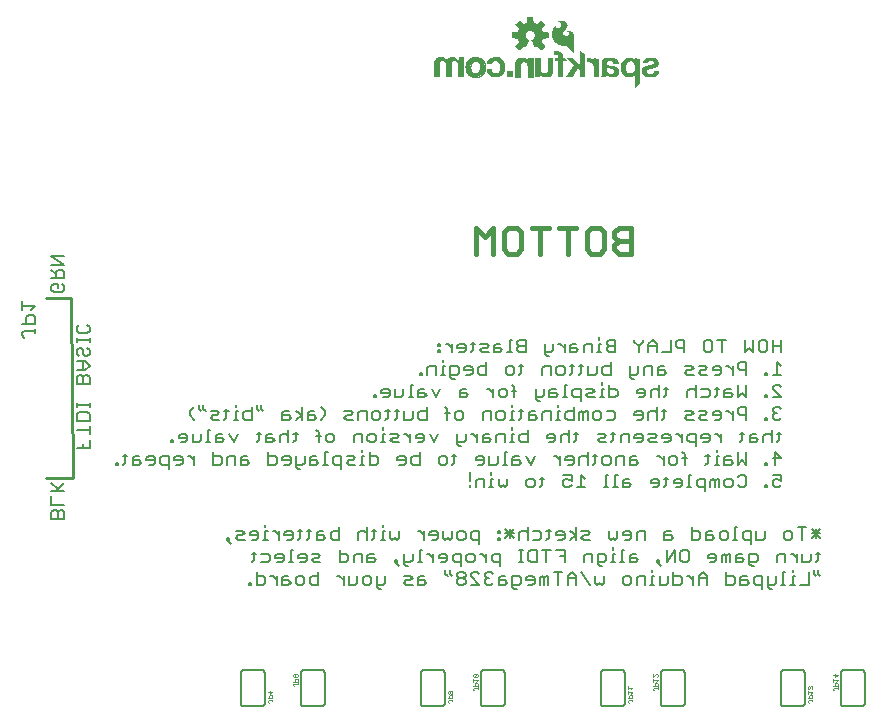
<source format=gbr>
G04 EAGLE Gerber RS-274X export*
G75*
%MOMM*%
%FSLAX34Y34*%
%LPD*%
%INSilkscreen Bottom*%
%IPPOS*%
%AMOC8*
5,1,8,0,0,1.08239X$1,22.5*%
G01*
%ADD10C,0.254000*%
%ADD11C,0.203200*%
%ADD12C,0.381000*%
%ADD13C,0.127000*%
%ADD14C,0.025400*%
%ADD15R,0.495300X0.485100*%
%ADD16C,0.152400*%

G36*
X422070Y628796D02*
X422070Y628796D01*
X422178Y628806D01*
X422191Y628812D01*
X422205Y628814D01*
X422302Y628862D01*
X422401Y628907D01*
X422414Y628918D01*
X422423Y628922D01*
X422438Y628938D01*
X422515Y629000D01*
X425100Y631585D01*
X425163Y631674D01*
X425229Y631759D01*
X425234Y631772D01*
X425242Y631784D01*
X425273Y631887D01*
X425309Y631990D01*
X425309Y632004D01*
X425313Y632017D01*
X425309Y632125D01*
X425310Y632234D01*
X425305Y632247D01*
X425305Y632261D01*
X425267Y632363D01*
X425232Y632465D01*
X425223Y632480D01*
X425219Y632489D01*
X425205Y632506D01*
X425151Y632588D01*
X422387Y635978D01*
X422944Y637060D01*
X422950Y637080D01*
X422992Y637175D01*
X423363Y638334D01*
X427714Y638777D01*
X427818Y638805D01*
X427924Y638830D01*
X427936Y638837D01*
X427949Y638840D01*
X428039Y638901D01*
X428132Y638958D01*
X428140Y638969D01*
X428152Y638977D01*
X428218Y639063D01*
X428287Y639147D01*
X428291Y639160D01*
X428300Y639171D01*
X428334Y639274D01*
X428373Y639375D01*
X428374Y639393D01*
X428378Y639402D01*
X428378Y639424D01*
X428387Y639522D01*
X428387Y643178D01*
X428370Y643285D01*
X428356Y643393D01*
X428350Y643405D01*
X428348Y643419D01*
X428296Y643515D01*
X428249Y643612D01*
X428239Y643622D01*
X428233Y643634D01*
X428153Y643708D01*
X428077Y643785D01*
X428065Y643791D01*
X428055Y643801D01*
X427956Y643846D01*
X427859Y643894D01*
X427841Y643898D01*
X427832Y643902D01*
X427811Y643904D01*
X427714Y643923D01*
X423363Y644366D01*
X422992Y645525D01*
X422983Y645543D01*
X422981Y645550D01*
X422977Y645557D01*
X422944Y645640D01*
X422387Y646722D01*
X425151Y650112D01*
X425205Y650206D01*
X425262Y650298D01*
X425265Y650311D01*
X425272Y650323D01*
X425293Y650430D01*
X425318Y650535D01*
X425316Y650549D01*
X425319Y650563D01*
X425304Y650670D01*
X425294Y650778D01*
X425288Y650791D01*
X425286Y650805D01*
X425238Y650902D01*
X425193Y651001D01*
X425182Y651014D01*
X425178Y651023D01*
X425162Y651038D01*
X425100Y651115D01*
X422515Y653700D01*
X422426Y653763D01*
X422341Y653829D01*
X422328Y653834D01*
X422316Y653842D01*
X422213Y653873D01*
X422110Y653909D01*
X422096Y653909D01*
X422083Y653913D01*
X421975Y653909D01*
X421866Y653910D01*
X421853Y653905D01*
X421839Y653905D01*
X421737Y653867D01*
X421635Y653832D01*
X421620Y653823D01*
X421611Y653819D01*
X421594Y653805D01*
X421512Y653751D01*
X418122Y650987D01*
X417040Y651544D01*
X417020Y651550D01*
X416925Y651592D01*
X415766Y651963D01*
X415323Y656314D01*
X415295Y656418D01*
X415270Y656524D01*
X415263Y656536D01*
X415260Y656549D01*
X415199Y656639D01*
X415142Y656732D01*
X415131Y656740D01*
X415123Y656752D01*
X415037Y656818D01*
X414953Y656887D01*
X414940Y656891D01*
X414929Y656900D01*
X414826Y656934D01*
X414725Y656973D01*
X414707Y656974D01*
X414698Y656978D01*
X414676Y656978D01*
X414578Y656987D01*
X410922Y656987D01*
X410815Y656970D01*
X410707Y656956D01*
X410695Y656950D01*
X410681Y656948D01*
X410585Y656896D01*
X410488Y656849D01*
X410478Y656839D01*
X410466Y656833D01*
X410392Y656753D01*
X410315Y656677D01*
X410309Y656665D01*
X410299Y656655D01*
X410254Y656556D01*
X410206Y656459D01*
X410202Y656441D01*
X410198Y656432D01*
X410196Y656411D01*
X410177Y656314D01*
X409734Y651963D01*
X408575Y651592D01*
X408557Y651582D01*
X408460Y651544D01*
X407378Y650987D01*
X403988Y653751D01*
X403894Y653805D01*
X403802Y653862D01*
X403789Y653865D01*
X403777Y653872D01*
X403670Y653893D01*
X403565Y653918D01*
X403551Y653916D01*
X403537Y653919D01*
X403430Y653904D01*
X403322Y653894D01*
X403309Y653888D01*
X403296Y653886D01*
X403198Y653838D01*
X403099Y653793D01*
X403086Y653782D01*
X403077Y653778D01*
X403062Y653762D01*
X402985Y653700D01*
X400400Y651115D01*
X400337Y651026D01*
X400271Y650941D01*
X400266Y650928D01*
X400258Y650916D01*
X400227Y650813D01*
X400191Y650710D01*
X400191Y650696D01*
X400187Y650683D01*
X400191Y650575D01*
X400190Y650466D01*
X400195Y650453D01*
X400195Y650439D01*
X400233Y650337D01*
X400268Y650235D01*
X400277Y650220D01*
X400281Y650211D01*
X400295Y650194D01*
X400349Y650112D01*
X403113Y646722D01*
X402556Y645640D01*
X402550Y645620D01*
X402508Y645525D01*
X402137Y644366D01*
X397786Y643923D01*
X397682Y643895D01*
X397576Y643870D01*
X397564Y643863D01*
X397551Y643860D01*
X397461Y643799D01*
X397368Y643742D01*
X397360Y643731D01*
X397348Y643723D01*
X397282Y643637D01*
X397214Y643553D01*
X397209Y643540D01*
X397200Y643529D01*
X397166Y643426D01*
X397127Y643325D01*
X397126Y643307D01*
X397122Y643298D01*
X397123Y643276D01*
X397113Y643178D01*
X397113Y639522D01*
X397130Y639415D01*
X397144Y639307D01*
X397150Y639295D01*
X397152Y639281D01*
X397204Y639185D01*
X397251Y639088D01*
X397261Y639078D01*
X397267Y639066D01*
X397347Y638992D01*
X397423Y638915D01*
X397435Y638909D01*
X397446Y638899D01*
X397544Y638854D01*
X397641Y638806D01*
X397659Y638802D01*
X397668Y638798D01*
X397689Y638796D01*
X397786Y638777D01*
X402137Y638334D01*
X402508Y637175D01*
X402518Y637157D01*
X402556Y637060D01*
X403113Y635978D01*
X400349Y632588D01*
X400295Y632494D01*
X400238Y632402D01*
X400235Y632389D01*
X400228Y632377D01*
X400207Y632270D01*
X400182Y632165D01*
X400184Y632151D01*
X400181Y632137D01*
X400196Y632030D01*
X400206Y631922D01*
X400212Y631909D01*
X400214Y631896D01*
X400262Y631798D01*
X400307Y631699D01*
X400318Y631686D01*
X400322Y631677D01*
X400338Y631662D01*
X400400Y631585D01*
X402985Y629000D01*
X403074Y628937D01*
X403159Y628871D01*
X403172Y628866D01*
X403184Y628858D01*
X403287Y628827D01*
X403390Y628791D01*
X403404Y628791D01*
X403417Y628787D01*
X403525Y628791D01*
X403634Y628790D01*
X403647Y628795D01*
X403661Y628795D01*
X403763Y628833D01*
X403865Y628868D01*
X403880Y628877D01*
X403889Y628881D01*
X403906Y628895D01*
X403988Y628949D01*
X407378Y631713D01*
X408460Y631156D01*
X408513Y631139D01*
X408562Y631113D01*
X408628Y631102D01*
X408692Y631081D01*
X408748Y631082D01*
X408802Y631073D01*
X408869Y631084D01*
X408936Y631085D01*
X408988Y631103D01*
X409043Y631112D01*
X409103Y631144D01*
X409166Y631167D01*
X409209Y631201D01*
X409259Y631227D01*
X409305Y631276D01*
X409357Y631318D01*
X409388Y631365D01*
X409426Y631405D01*
X409482Y631510D01*
X409490Y631523D01*
X409491Y631528D01*
X409495Y631535D01*
X411648Y636732D01*
X411668Y636815D01*
X411673Y636828D01*
X411675Y636844D01*
X411700Y636929D01*
X411699Y636950D01*
X411704Y636970D01*
X411696Y637052D01*
X411697Y637071D01*
X411693Y637091D01*
X411689Y637172D01*
X411682Y637192D01*
X411680Y637213D01*
X411648Y637282D01*
X411642Y637309D01*
X411627Y637333D01*
X411601Y637400D01*
X411588Y637416D01*
X411579Y637435D01*
X411534Y637484D01*
X411514Y637516D01*
X411483Y637541D01*
X411445Y637587D01*
X411422Y637603D01*
X411412Y637613D01*
X411391Y637625D01*
X411326Y637670D01*
X411325Y637671D01*
X411324Y637672D01*
X410425Y638178D01*
X409738Y638822D01*
X409223Y639610D01*
X408911Y640498D01*
X408819Y641435D01*
X408952Y642367D01*
X409303Y643241D01*
X409852Y644006D01*
X410566Y644619D01*
X411406Y645044D01*
X412323Y645258D01*
X413264Y645248D01*
X414176Y645014D01*
X415006Y644571D01*
X415707Y643942D01*
X416239Y643165D01*
X416570Y642284D01*
X416683Y641349D01*
X416575Y640432D01*
X416255Y639564D01*
X415741Y638795D01*
X415062Y638168D01*
X414178Y637673D01*
X414136Y637640D01*
X414094Y637617D01*
X414063Y637584D01*
X414015Y637549D01*
X414003Y637533D01*
X413987Y637520D01*
X413952Y637465D01*
X413927Y637439D01*
X413914Y637409D01*
X413872Y637351D01*
X413866Y637332D01*
X413856Y637315D01*
X413837Y637240D01*
X413827Y637217D01*
X413824Y637193D01*
X413801Y637118D01*
X413802Y637098D01*
X413797Y637078D01*
X413804Y636992D01*
X413803Y636974D01*
X413806Y636958D01*
X413809Y636874D01*
X413817Y636849D01*
X413818Y636835D01*
X413828Y636813D01*
X413852Y636732D01*
X414781Y634489D01*
X414781Y634488D01*
X415712Y632241D01*
X415713Y632241D01*
X416005Y631535D01*
X416034Y631488D01*
X416055Y631436D01*
X416098Y631385D01*
X416134Y631328D01*
X416177Y631293D01*
X416213Y631250D01*
X416270Y631216D01*
X416322Y631173D01*
X416374Y631154D01*
X416422Y631125D01*
X416488Y631111D01*
X416551Y631087D01*
X416606Y631085D01*
X416660Y631074D01*
X416727Y631081D01*
X416794Y631079D01*
X416848Y631095D01*
X416903Y631102D01*
X417014Y631146D01*
X417028Y631150D01*
X417032Y631153D01*
X417040Y631156D01*
X418122Y631713D01*
X421512Y628949D01*
X421606Y628895D01*
X421698Y628838D01*
X421711Y628835D01*
X421723Y628828D01*
X421830Y628807D01*
X421935Y628782D01*
X421949Y628784D01*
X421963Y628781D01*
X422070Y628796D01*
G37*
G36*
X449904Y625647D02*
X449904Y625647D01*
X449946Y625662D01*
X449948Y625667D01*
X449952Y625669D01*
X449981Y625742D01*
X449985Y625753D01*
X449985Y625754D01*
X449985Y640918D01*
X449983Y640923D01*
X449985Y640929D01*
X449915Y641760D01*
X449909Y641771D01*
X449910Y641786D01*
X449670Y642585D01*
X449662Y642595D01*
X449660Y642609D01*
X449259Y643341D01*
X449249Y643349D01*
X449244Y643362D01*
X448774Y643912D01*
X448763Y643917D01*
X448756Y643929D01*
X448186Y644374D01*
X448174Y644377D01*
X448164Y644387D01*
X447516Y644708D01*
X447504Y644709D01*
X447492Y644717D01*
X446793Y644901D01*
X446782Y644900D01*
X446771Y644905D01*
X445831Y644978D01*
X445822Y644975D01*
X445811Y644978D01*
X444871Y644905D01*
X444867Y644903D01*
X444861Y644904D01*
X444378Y644828D01*
X444339Y644803D01*
X444299Y644782D01*
X444298Y644778D01*
X444295Y644776D01*
X444285Y644731D01*
X444273Y644687D01*
X444275Y644683D01*
X444274Y644679D01*
X444299Y644641D01*
X444323Y644602D01*
X444327Y644601D01*
X444329Y644598D01*
X444370Y644589D01*
X444410Y644577D01*
X444568Y644593D01*
X444706Y644565D01*
X444839Y644494D01*
X445663Y643895D01*
X445781Y643781D01*
X445853Y643643D01*
X445946Y643228D01*
X445946Y642800D01*
X445853Y642384D01*
X445647Y641980D01*
X445334Y641652D01*
X444728Y641287D01*
X444050Y641080D01*
X443339Y641045D01*
X442729Y641142D01*
X442143Y641340D01*
X441600Y641633D01*
X441175Y641998D01*
X440860Y642458D01*
X440674Y642983D01*
X440631Y643539D01*
X440733Y644087D01*
X440973Y644590D01*
X441343Y645025D01*
X441541Y645235D01*
X442136Y645866D01*
X442731Y646497D01*
X442796Y646566D01*
X442799Y646576D01*
X442808Y646582D01*
X443995Y648340D01*
X443997Y648353D01*
X444007Y648363D01*
X444287Y649051D01*
X444286Y649066D01*
X444295Y649081D01*
X444394Y649816D01*
X444390Y649831D01*
X444395Y649848D01*
X444308Y650585D01*
X444300Y650598D01*
X444300Y650616D01*
X444033Y651308D01*
X444022Y651319D01*
X444018Y651336D01*
X443587Y651939D01*
X443577Y651946D01*
X443571Y651958D01*
X442875Y652616D01*
X442867Y652619D01*
X442862Y652627D01*
X442085Y653187D01*
X442075Y653190D01*
X442067Y653198D01*
X441287Y653586D01*
X441275Y653587D01*
X441264Y653595D01*
X440424Y653826D01*
X440412Y653825D01*
X440400Y653831D01*
X439532Y653897D01*
X439522Y653893D01*
X439510Y653897D01*
X438610Y653811D01*
X438601Y653807D01*
X438591Y653808D01*
X437713Y653588D01*
X437705Y653582D01*
X437693Y653581D01*
X437465Y653480D01*
X437109Y653328D01*
X437108Y653328D01*
X436604Y653107D01*
X436594Y653096D01*
X436577Y653091D01*
X436142Y652753D01*
X436139Y652746D01*
X436131Y652742D01*
X436106Y652717D01*
X436103Y652716D01*
X436068Y652624D01*
X436109Y652535D01*
X436194Y652502D01*
X436797Y652502D01*
X437308Y652445D01*
X437798Y652306D01*
X438279Y652051D01*
X438674Y651681D01*
X438960Y651221D01*
X439117Y650702D01*
X439129Y650399D01*
X439070Y650099D01*
X438864Y649605D01*
X438581Y649147D01*
X438230Y648737D01*
X437818Y648383D01*
X436916Y647732D01*
X436428Y647483D01*
X435899Y647385D01*
X435360Y647443D01*
X435186Y647508D01*
X434825Y647757D01*
X434551Y648096D01*
X434507Y648199D01*
X434491Y648319D01*
X434491Y649199D01*
X434474Y649240D01*
X434460Y649282D01*
X434455Y649285D01*
X434453Y649290D01*
X434412Y649306D01*
X434372Y649325D01*
X434366Y649323D01*
X434361Y649325D01*
X434334Y649313D01*
X434285Y649297D01*
X433159Y648376D01*
X433153Y648364D01*
X433141Y648357D01*
X432234Y647220D01*
X432231Y647209D01*
X432222Y647201D01*
X431720Y646267D01*
X431719Y646257D01*
X431713Y646249D01*
X431355Y645252D01*
X431355Y645242D01*
X431350Y645233D01*
X431143Y644194D01*
X431145Y644184D01*
X431144Y644182D01*
X431145Y644182D01*
X431141Y644173D01*
X431081Y642245D01*
X431085Y642234D01*
X431082Y642222D01*
X431370Y640315D01*
X431376Y640305D01*
X431376Y640293D01*
X432004Y638469D01*
X432011Y638460D01*
X432013Y638448D01*
X432960Y636767D01*
X432968Y636761D01*
X432971Y636750D01*
X433856Y635643D01*
X433863Y635640D01*
X433865Y635634D01*
X433866Y635634D01*
X433868Y635630D01*
X434899Y634658D01*
X434907Y634655D01*
X434913Y634647D01*
X436070Y633830D01*
X436080Y633828D01*
X436088Y633820D01*
X437318Y633220D01*
X437329Y633219D01*
X437339Y633211D01*
X438658Y632843D01*
X438669Y632845D01*
X438680Y632839D01*
X440044Y632715D01*
X440049Y632717D01*
X440055Y632715D01*
X442330Y632715D01*
X442698Y632650D01*
X443049Y632523D01*
X444039Y631934D01*
X444893Y631152D01*
X449765Y625670D01*
X449769Y625668D01*
X449771Y625663D01*
X449813Y625647D01*
X449854Y625628D01*
X449858Y625630D01*
X449863Y625628D01*
X449904Y625647D01*
G37*
G36*
X501271Y596953D02*
X501271Y596953D01*
X501273Y596952D01*
X501294Y596961D01*
X501354Y596984D01*
X505494Y600718D01*
X505496Y600724D01*
X505502Y600727D01*
X505526Y600787D01*
X505535Y600808D01*
X505534Y600810D01*
X505535Y600812D01*
X505535Y621386D01*
X505520Y621423D01*
X505510Y621462D01*
X505501Y621468D01*
X505497Y621477D01*
X505469Y621488D01*
X505433Y621510D01*
X501547Y622246D01*
X501532Y622243D01*
X501517Y622248D01*
X501485Y622233D01*
X501450Y622225D01*
X501442Y622212D01*
X501429Y622206D01*
X501414Y622167D01*
X501398Y622142D01*
X501401Y622131D01*
X501397Y622120D01*
X501421Y620203D01*
X501287Y620352D01*
X501286Y620353D01*
X501286Y620354D01*
X500397Y621319D01*
X500391Y621321D01*
X500387Y621328D01*
X500044Y621629D01*
X500033Y621633D01*
X500025Y621643D01*
X499631Y621876D01*
X499622Y621877D01*
X499614Y621884D01*
X498293Y622417D01*
X498282Y622417D01*
X498272Y622424D01*
X497790Y622526D01*
X497778Y622523D01*
X497766Y622528D01*
X495785Y622553D01*
X495774Y622549D01*
X495762Y622551D01*
X494677Y622368D01*
X494667Y622361D01*
X494653Y622361D01*
X493628Y621961D01*
X493621Y621953D01*
X493609Y621951D01*
X492707Y621410D01*
X492702Y621404D01*
X492693Y621401D01*
X491869Y620748D01*
X491863Y620738D01*
X491853Y620733D01*
X491061Y619843D01*
X491057Y619830D01*
X491045Y619821D01*
X490466Y618780D01*
X490464Y618768D01*
X490456Y618757D01*
X489782Y616644D01*
X489783Y616633D01*
X489777Y616622D01*
X489494Y614422D01*
X489497Y614411D01*
X489493Y614399D01*
X489611Y612184D01*
X489616Y612174D01*
X489614Y612162D01*
X489937Y610786D01*
X489944Y610777D01*
X489944Y610765D01*
X490500Y609465D01*
X490508Y609457D01*
X490510Y609446D01*
X491282Y608261D01*
X491291Y608255D01*
X491296Y608244D01*
X491953Y607537D01*
X491963Y607533D01*
X491969Y607523D01*
X492737Y606938D01*
X492748Y606936D01*
X492755Y606927D01*
X493611Y606481D01*
X493622Y606480D01*
X493631Y606472D01*
X494550Y606178D01*
X494560Y606179D01*
X494570Y606173D01*
X495782Y605984D01*
X495791Y605986D01*
X495800Y605983D01*
X497027Y605966D01*
X497035Y605969D01*
X497045Y605967D01*
X498262Y606122D01*
X498272Y606127D01*
X498284Y606127D01*
X499128Y606391D01*
X499138Y606399D01*
X499153Y606402D01*
X499922Y606839D01*
X499930Y606849D01*
X499944Y606854D01*
X500604Y607444D01*
X500610Y607456D01*
X500622Y607464D01*
X501142Y608180D01*
X501143Y608182D01*
X501143Y597078D01*
X501161Y597034D01*
X501178Y596991D01*
X501180Y596990D01*
X501181Y596987D01*
X501225Y596970D01*
X501269Y596952D01*
X501271Y596953D01*
G37*
G36*
X335841Y606300D02*
X335841Y606300D01*
X335843Y606299D01*
X335886Y606319D01*
X335930Y606337D01*
X335930Y606339D01*
X335932Y606340D01*
X335965Y606425D01*
X335965Y616704D01*
X336072Y617584D01*
X336384Y618406D01*
X336645Y618790D01*
X336988Y619103D01*
X337394Y619329D01*
X337842Y619457D01*
X338746Y619525D01*
X339649Y619433D01*
X340059Y619307D01*
X340431Y619097D01*
X340446Y619083D01*
X340587Y618957D01*
X340727Y618830D01*
X340749Y618811D01*
X341134Y618283D01*
X341407Y617688D01*
X341556Y617049D01*
X341631Y615946D01*
X341631Y606425D01*
X341632Y606423D01*
X341631Y606421D01*
X341651Y606378D01*
X341669Y606334D01*
X341671Y606334D01*
X341672Y606332D01*
X341757Y606299D01*
X346075Y606299D01*
X346077Y606300D01*
X346079Y606299D01*
X346122Y606319D01*
X346166Y606337D01*
X346166Y606339D01*
X346168Y606340D01*
X346201Y606425D01*
X346201Y616984D01*
X346281Y617647D01*
X346512Y618266D01*
X346882Y618813D01*
X347229Y619131D01*
X347638Y619364D01*
X348088Y619500D01*
X348565Y619532D01*
X349413Y619482D01*
X349853Y619400D01*
X350257Y619222D01*
X350612Y618956D01*
X351431Y618012D01*
X351715Y617474D01*
X351846Y616883D01*
X351816Y616261D01*
X351817Y616258D01*
X351816Y616255D01*
X351816Y606450D01*
X351817Y606448D01*
X351816Y606446D01*
X351836Y606403D01*
X351854Y606359D01*
X351856Y606359D01*
X351857Y606357D01*
X351942Y606324D01*
X356260Y606324D01*
X356262Y606325D01*
X356264Y606324D01*
X356307Y606344D01*
X356351Y606362D01*
X356351Y606364D01*
X356353Y606365D01*
X356386Y606450D01*
X356386Y622503D01*
X356385Y622505D01*
X356386Y622507D01*
X356366Y622550D01*
X356348Y622594D01*
X356346Y622594D01*
X356345Y622596D01*
X356260Y622629D01*
X352273Y622629D01*
X352271Y622628D01*
X352269Y622629D01*
X352226Y622609D01*
X352182Y622591D01*
X352182Y622589D01*
X352180Y622588D01*
X352147Y622503D01*
X352147Y620450D01*
X352116Y620457D01*
X351814Y620853D01*
X351808Y620856D01*
X351805Y620864D01*
X351043Y621651D01*
X351035Y621654D01*
X351031Y621661D01*
X350269Y622273D01*
X350255Y622277D01*
X350243Y622290D01*
X349353Y622694D01*
X349341Y622694D01*
X349330Y622702D01*
X348238Y622956D01*
X348229Y622955D01*
X348221Y622959D01*
X346849Y623086D01*
X346839Y623083D01*
X346828Y623086D01*
X345871Y623017D01*
X345860Y623011D01*
X345846Y623012D01*
X344923Y622752D01*
X344913Y622744D01*
X344900Y622742D01*
X344110Y622339D01*
X344102Y622330D01*
X344089Y622326D01*
X343391Y621780D01*
X343385Y621769D01*
X343373Y621763D01*
X342791Y621094D01*
X342788Y621082D01*
X342777Y621074D01*
X342397Y620416D01*
X342355Y620458D01*
X341900Y620939D01*
X341897Y620940D01*
X341896Y620943D01*
X341108Y621702D01*
X341099Y621705D01*
X341094Y621714D01*
X340205Y622352D01*
X340194Y622354D01*
X340186Y622362D01*
X339381Y622756D01*
X339369Y622756D01*
X339358Y622764D01*
X338493Y622996D01*
X338481Y622994D01*
X338469Y623000D01*
X337575Y623061D01*
X337566Y623058D01*
X337555Y623061D01*
X336276Y622954D01*
X336269Y622950D01*
X336262Y622952D01*
X335002Y622703D01*
X334993Y622697D01*
X334981Y622697D01*
X334115Y622371D01*
X334105Y622361D01*
X334090Y622358D01*
X333316Y621851D01*
X333309Y621839D01*
X333295Y621833D01*
X332649Y621169D01*
X332646Y621159D01*
X332642Y621158D01*
X332641Y621154D01*
X332633Y621148D01*
X332045Y620209D01*
X332043Y620196D01*
X332033Y620186D01*
X331647Y619147D01*
X331648Y619134D01*
X331641Y619122D01*
X331472Y618026D01*
X331475Y618017D01*
X331471Y618007D01*
X331471Y606425D01*
X331472Y606423D01*
X331471Y606421D01*
X331491Y606378D01*
X331509Y606334D01*
X331511Y606334D01*
X331512Y606332D01*
X331597Y606299D01*
X335839Y606299D01*
X335841Y606300D01*
G37*
G36*
X483721Y605969D02*
X483721Y605969D01*
X483732Y605974D01*
X483746Y605972D01*
X485118Y606280D01*
X485129Y606288D01*
X485144Y606289D01*
X486413Y606895D01*
X486422Y606905D01*
X486436Y606909D01*
X486884Y607251D01*
X486890Y607261D01*
X486902Y607267D01*
X487279Y607687D01*
X487283Y607698D01*
X487293Y607706D01*
X487585Y608189D01*
X487587Y608200D01*
X487595Y608210D01*
X487968Y609203D01*
X487968Y609214D01*
X487974Y609225D01*
X488163Y610269D01*
X488160Y610280D01*
X488165Y610292D01*
X488162Y611353D01*
X488159Y611360D01*
X488161Y611363D01*
X488158Y611370D01*
X488159Y611380D01*
X487953Y612321D01*
X487944Y612333D01*
X487943Y612350D01*
X487514Y613212D01*
X487504Y613221D01*
X487499Y613236D01*
X487001Y613845D01*
X486996Y613848D01*
X486994Y613852D01*
X486988Y613854D01*
X486983Y613863D01*
X486373Y614361D01*
X486361Y614364D01*
X486352Y614375D01*
X485656Y614741D01*
X485645Y614742D01*
X485636Y614749D01*
X484151Y615233D01*
X484143Y615232D01*
X484134Y615237D01*
X482597Y615515D01*
X482593Y615514D01*
X482588Y615517D01*
X480382Y615745D01*
X479076Y615971D01*
X478607Y616136D01*
X478179Y616382D01*
X477895Y616643D01*
X477835Y616730D01*
X477793Y616827D01*
X477682Y617348D01*
X477682Y617879D01*
X477793Y618400D01*
X477932Y618714D01*
X478131Y618993D01*
X478384Y619227D01*
X478698Y619420D01*
X479044Y619548D01*
X479413Y619609D01*
X480768Y619659D01*
X481355Y619605D01*
X481916Y619440D01*
X482380Y619185D01*
X482770Y618829D01*
X483065Y618391D01*
X483249Y617896D01*
X483312Y617365D01*
X483312Y617322D01*
X483313Y617320D01*
X483312Y617318D01*
X483332Y617275D01*
X483350Y617231D01*
X483352Y617231D01*
X483353Y617229D01*
X483438Y617196D01*
X487579Y617196D01*
X487580Y617194D01*
X487622Y617184D01*
X487664Y617170D01*
X487670Y617173D01*
X487676Y617172D01*
X487701Y617188D01*
X487746Y617209D01*
X487771Y617234D01*
X487771Y617235D01*
X487787Y617277D01*
X487806Y617326D01*
X487806Y617327D01*
X487786Y617369D01*
X487767Y617412D01*
X487645Y618303D01*
X487639Y618314D01*
X487639Y618329D01*
X487305Y619270D01*
X487296Y619280D01*
X487293Y619294D01*
X486774Y620147D01*
X486763Y620155D01*
X486758Y620168D01*
X486075Y620898D01*
X486063Y620903D01*
X486055Y620915D01*
X485238Y621489D01*
X485226Y621492D01*
X485217Y621501D01*
X484059Y622030D01*
X484049Y622030D01*
X484040Y622037D01*
X482811Y622371D01*
X482802Y622370D01*
X482793Y622374D01*
X481053Y622588D01*
X481045Y622585D01*
X481037Y622588D01*
X479283Y622580D01*
X479276Y622577D01*
X479267Y622579D01*
X477528Y622349D01*
X477520Y622344D01*
X477509Y622345D01*
X476095Y621920D01*
X476086Y621912D01*
X476072Y621911D01*
X474769Y621217D01*
X474760Y621207D01*
X474746Y621202D01*
X474184Y620719D01*
X474177Y620705D01*
X474163Y620696D01*
X473736Y620091D01*
X473733Y620076D01*
X473721Y620064D01*
X473454Y619373D01*
X473455Y619358D01*
X473447Y619343D01*
X473356Y618608D01*
X473358Y618600D01*
X473355Y618592D01*
X473355Y613766D01*
X473356Y613764D01*
X473355Y613762D01*
X473362Y613747D01*
X473330Y613663D01*
X473355Y609325D01*
X473253Y607988D01*
X472904Y606693D01*
X472830Y606494D01*
X472831Y606469D01*
X472822Y606446D01*
X472833Y606422D01*
X472834Y606396D01*
X472853Y606379D01*
X472863Y606357D01*
X472890Y606346D01*
X472908Y606330D01*
X472927Y606332D01*
X472948Y606324D01*
X476982Y606324D01*
X477018Y606321D01*
X477046Y606330D01*
X477086Y606334D01*
X477123Y606353D01*
X477142Y606375D01*
X477174Y606399D01*
X477196Y606435D01*
X477198Y606452D01*
X477210Y606468D01*
X477286Y606748D01*
X477285Y606751D01*
X477287Y606754D01*
X477514Y607783D01*
X477524Y607806D01*
X477530Y607812D01*
X477538Y607814D01*
X477547Y607813D01*
X477571Y607797D01*
X478398Y607094D01*
X478409Y607090D01*
X478418Y607080D01*
X479369Y606540D01*
X479380Y606539D01*
X479390Y606531D01*
X480425Y606178D01*
X480437Y606179D01*
X480447Y606173D01*
X482065Y605932D01*
X482075Y605935D01*
X482086Y605931D01*
X483721Y605969D01*
G37*
G36*
X458854Y606198D02*
X458854Y606198D01*
X458857Y606197D01*
X458940Y606234D01*
X458991Y606285D01*
X458993Y606288D01*
X458995Y606289D01*
X459028Y606374D01*
X459028Y625704D01*
X459020Y625723D01*
X459022Y625743D01*
X459001Y625770D01*
X458990Y625795D01*
X458976Y625800D01*
X458965Y625814D01*
X454825Y628176D01*
X454790Y628180D01*
X454758Y628192D01*
X454743Y628185D01*
X454727Y628187D01*
X454700Y628165D01*
X454669Y628151D01*
X454662Y628135D01*
X454650Y628125D01*
X454648Y628098D01*
X454636Y628066D01*
X454636Y616636D01*
X449161Y622110D01*
X449158Y622112D01*
X449157Y622114D01*
X449072Y622147D01*
X444398Y622147D01*
X444396Y622147D01*
X444395Y622147D01*
X444351Y622127D01*
X444307Y622109D01*
X444307Y622107D01*
X444305Y622106D01*
X444289Y622062D01*
X444272Y622017D01*
X444273Y622015D01*
X444272Y622014D01*
X444310Y621931D01*
X450001Y616365D01*
X443404Y606470D01*
X443397Y606432D01*
X443383Y606395D01*
X443388Y606385D01*
X443386Y606373D01*
X443408Y606342D01*
X443425Y606306D01*
X443436Y606302D01*
X443442Y606293D01*
X443472Y606288D01*
X443510Y606274D01*
X448590Y606299D01*
X448607Y606306D01*
X448625Y606304D01*
X448654Y606326D01*
X448680Y606338D01*
X448685Y606350D01*
X448697Y606360D01*
X452930Y613338D01*
X454585Y611731D01*
X454585Y606323D01*
X454586Y606321D01*
X454585Y606319D01*
X454605Y606276D01*
X454623Y606232D01*
X454625Y606232D01*
X454626Y606230D01*
X454711Y606197D01*
X458851Y606197D01*
X458854Y606198D01*
G37*
G36*
X427286Y605897D02*
X427286Y605897D01*
X427297Y605894D01*
X428330Y606041D01*
X428341Y606047D01*
X428354Y606047D01*
X429340Y606390D01*
X429349Y606398D01*
X429362Y606400D01*
X430264Y606926D01*
X430271Y606936D01*
X430284Y606941D01*
X430538Y607169D01*
X430544Y607180D01*
X430555Y607188D01*
X431216Y608073D01*
X431218Y608084D01*
X431228Y608093D01*
X431716Y609083D01*
X431716Y609095D01*
X431724Y609105D01*
X432024Y610168D01*
X432022Y610179D01*
X432028Y610191D01*
X432129Y611290D01*
X432127Y611296D01*
X432129Y611302D01*
X432129Y622097D01*
X432128Y622099D01*
X432129Y622101D01*
X432109Y622144D01*
X432091Y622188D01*
X432089Y622188D01*
X432088Y622190D01*
X432003Y622223D01*
X427863Y622223D01*
X427861Y622222D01*
X427859Y622223D01*
X427816Y622203D01*
X427772Y622185D01*
X427772Y622183D01*
X427770Y622182D01*
X427737Y622097D01*
X427737Y612100D01*
X427588Y611270D01*
X427245Y610502D01*
X426973Y610140D01*
X426632Y609839D01*
X426237Y609614D01*
X425548Y609391D01*
X424829Y609311D01*
X424108Y609378D01*
X423417Y609590D01*
X422907Y609878D01*
X422476Y610275D01*
X422149Y610760D01*
X421940Y611310D01*
X421715Y612514D01*
X421639Y613744D01*
X421639Y622046D01*
X421638Y622048D01*
X421639Y622050D01*
X421619Y622093D01*
X421601Y622137D01*
X421599Y622137D01*
X421598Y622139D01*
X421513Y622172D01*
X417297Y622172D01*
X417295Y622171D01*
X417293Y622172D01*
X417250Y622152D01*
X417206Y622134D01*
X417206Y622132D01*
X417204Y622131D01*
X417171Y622046D01*
X417171Y606425D01*
X417172Y606423D01*
X417171Y606421D01*
X417191Y606378D01*
X417209Y606334D01*
X417211Y606334D01*
X417212Y606332D01*
X417297Y606299D01*
X421310Y606299D01*
X421312Y606300D01*
X421314Y606299D01*
X421357Y606319D01*
X421401Y606337D01*
X421401Y606339D01*
X421403Y606340D01*
X421436Y606425D01*
X421436Y608482D01*
X421943Y607841D01*
X421951Y607837D01*
X421955Y607828D01*
X422782Y607043D01*
X422791Y607040D01*
X422796Y607032D01*
X423726Y606373D01*
X423735Y606371D01*
X423743Y606363D01*
X423988Y606241D01*
X423999Y606240D01*
X424008Y606233D01*
X424270Y606152D01*
X424279Y606153D01*
X424288Y606148D01*
X425766Y605925D01*
X425774Y605927D01*
X425782Y605923D01*
X427276Y605893D01*
X427286Y605897D01*
G37*
G36*
X414809Y606224D02*
X414809Y606224D01*
X414811Y606223D01*
X414854Y606243D01*
X414898Y606261D01*
X414898Y606263D01*
X414900Y606264D01*
X414933Y606349D01*
X414933Y622071D01*
X414932Y622073D01*
X414933Y622075D01*
X414913Y622118D01*
X414895Y622162D01*
X414893Y622162D01*
X414892Y622164D01*
X414807Y622197D01*
X410769Y622197D01*
X410767Y622196D01*
X410765Y622197D01*
X410722Y622177D01*
X410678Y622159D01*
X410678Y622157D01*
X410676Y622156D01*
X410643Y622071D01*
X410643Y620003D01*
X410601Y620032D01*
X410487Y620168D01*
X410210Y620546D01*
X410206Y620548D01*
X410204Y620553D01*
X409802Y621026D01*
X409795Y621030D01*
X409791Y621038D01*
X409596Y621214D01*
X409456Y621340D01*
X409330Y621454D01*
X409320Y621457D01*
X409312Y621467D01*
X408414Y622034D01*
X408401Y622037D01*
X408390Y622046D01*
X407394Y622415D01*
X407381Y622415D01*
X407368Y622422D01*
X406316Y622577D01*
X406306Y622574D01*
X406295Y622578D01*
X404289Y622528D01*
X404279Y622524D01*
X404266Y622526D01*
X403289Y622320D01*
X403277Y622312D01*
X403261Y622311D01*
X402356Y621889D01*
X402347Y621878D01*
X402332Y621874D01*
X401547Y621256D01*
X401541Y621245D01*
X401529Y621239D01*
X401040Y620664D01*
X401037Y620653D01*
X401027Y620646D01*
X400643Y619997D01*
X400641Y619986D01*
X400633Y619977D01*
X400364Y619272D01*
X400364Y619263D01*
X400359Y619254D01*
X400119Y618147D01*
X400121Y618138D01*
X400117Y618130D01*
X400026Y617001D01*
X400028Y616996D01*
X400026Y616991D01*
X400026Y606450D01*
X400027Y606448D01*
X400026Y606446D01*
X400046Y606403D01*
X400064Y606359D01*
X400066Y606359D01*
X400067Y606357D01*
X400152Y606324D01*
X404241Y606324D01*
X404243Y606325D01*
X404245Y606324D01*
X404288Y606344D01*
X404332Y606362D01*
X404332Y606364D01*
X404334Y606365D01*
X404367Y606450D01*
X404367Y616096D01*
X404432Y616814D01*
X404623Y617502D01*
X404933Y618144D01*
X405229Y618531D01*
X405603Y618840D01*
X406038Y619057D01*
X406338Y619134D01*
X406654Y619151D01*
X407759Y619101D01*
X408315Y619014D01*
X408831Y618810D01*
X409288Y618496D01*
X409805Y617927D01*
X410168Y617248D01*
X410385Y616498D01*
X410465Y615715D01*
X410465Y606349D01*
X410466Y606347D01*
X410465Y606345D01*
X410485Y606302D01*
X410503Y606258D01*
X410505Y606258D01*
X410506Y606256D01*
X410591Y606223D01*
X414807Y606223D01*
X414809Y606224D01*
G37*
G36*
X366523Y606152D02*
X366523Y606152D01*
X366539Y606148D01*
X369536Y606554D01*
X369557Y606566D01*
X369586Y606572D01*
X372431Y608350D01*
X372445Y608371D01*
X372470Y608389D01*
X374070Y610878D01*
X374074Y610901D01*
X374089Y610926D01*
X374699Y614812D01*
X374693Y614834D01*
X374697Y614860D01*
X373884Y618416D01*
X373869Y618437D01*
X373860Y618466D01*
X371726Y621184D01*
X371704Y621196D01*
X371683Y621219D01*
X368305Y622896D01*
X368285Y622897D01*
X368264Y622908D01*
X366791Y623085D01*
X366784Y623083D01*
X366776Y623086D01*
X366725Y623086D01*
X366705Y623078D01*
X366679Y623077D01*
X366552Y623027D01*
X366531Y623007D01*
X366505Y622995D01*
X366496Y622973D01*
X366481Y622959D01*
X366482Y622935D01*
X366472Y622910D01*
X366472Y619989D01*
X366489Y619949D01*
X366501Y619908D01*
X366508Y619904D01*
X366510Y619898D01*
X366538Y619887D01*
X366581Y619864D01*
X367676Y619714D01*
X368824Y619079D01*
X369612Y617995D01*
X370008Y617106D01*
X370282Y615632D01*
X370333Y613773D01*
X370158Y612525D01*
X369783Y611376D01*
X369245Y610349D01*
X367597Y609341D01*
X365849Y609119D01*
X364098Y609711D01*
X364028Y609775D01*
X363750Y610028D01*
X363472Y610280D01*
X363333Y610406D01*
X363056Y610659D01*
X363055Y610659D01*
X363019Y610692D01*
X362476Y611902D01*
X362101Y613450D01*
X362101Y614875D01*
X362352Y616804D01*
X363096Y618416D01*
X363930Y619225D01*
X364883Y619738D01*
X366070Y619837D01*
X366166Y619837D01*
X366169Y619838D01*
X366172Y619837D01*
X366214Y619857D01*
X366257Y619875D01*
X366258Y619878D01*
X366261Y619880D01*
X366292Y619965D01*
X366266Y621553D01*
X366263Y621679D01*
X366263Y621680D01*
X366261Y621806D01*
X366259Y621932D01*
X366257Y622058D01*
X366255Y622184D01*
X366255Y622185D01*
X366253Y622311D01*
X366251Y622437D01*
X366249Y622563D01*
X366246Y622689D01*
X366246Y622690D01*
X366244Y622816D01*
X366242Y622937D01*
X366238Y622946D01*
X366241Y622955D01*
X366219Y622990D01*
X366202Y623027D01*
X366194Y623030D01*
X366189Y623038D01*
X366137Y623051D01*
X366110Y623061D01*
X366105Y623059D01*
X366100Y623060D01*
X364093Y622806D01*
X364082Y622800D01*
X364068Y622800D01*
X362442Y622241D01*
X362430Y622230D01*
X362411Y622226D01*
X360430Y620855D01*
X360422Y620842D01*
X360406Y620833D01*
X359314Y619563D01*
X359309Y619547D01*
X359295Y619532D01*
X358254Y617195D01*
X358253Y617178D01*
X358244Y617160D01*
X357964Y614975D01*
X357968Y614960D01*
X357964Y614944D01*
X358218Y612836D01*
X358222Y612828D01*
X358221Y612817D01*
X358907Y610353D01*
X358918Y610339D01*
X358922Y610320D01*
X359735Y609025D01*
X359747Y609016D01*
X359755Y609001D01*
X360949Y607858D01*
X360958Y607854D01*
X360963Y607846D01*
X362080Y607059D01*
X362097Y607055D01*
X362112Y607043D01*
X363966Y606408D01*
X363980Y606409D01*
X363994Y606401D01*
X366509Y606147D01*
X366523Y606152D01*
G37*
G36*
X514504Y605945D02*
X514504Y605945D01*
X514511Y605943D01*
X517077Y606121D01*
X517086Y606126D01*
X517096Y606124D01*
X518017Y606336D01*
X518028Y606344D01*
X518042Y606345D01*
X518899Y606742D01*
X518905Y606749D01*
X518914Y606751D01*
X520108Y607513D01*
X520113Y607519D01*
X520121Y607522D01*
X520636Y607953D01*
X520641Y607964D01*
X520653Y607970D01*
X521073Y608494D01*
X521077Y608505D01*
X521087Y608514D01*
X521396Y609110D01*
X521397Y609119D01*
X521404Y609127D01*
X521836Y610397D01*
X521835Y610407D01*
X521840Y610416D01*
X521942Y611000D01*
X521941Y611007D01*
X521944Y611013D01*
X521969Y611369D01*
X521968Y611373D01*
X521969Y611376D01*
X521968Y611378D01*
X521969Y611382D01*
X521957Y611408D01*
X521954Y611438D01*
X521953Y611439D01*
X521953Y611440D01*
X521942Y611449D01*
X521937Y611462D01*
X521931Y611465D01*
X521928Y611471D01*
X521898Y611483D01*
X521878Y611499D01*
X521876Y611499D01*
X521875Y611500D01*
X521860Y611499D01*
X521848Y611504D01*
X521846Y611503D01*
X521843Y611504D01*
X517982Y611504D01*
X517980Y611503D01*
X517978Y611504D01*
X517935Y611484D01*
X517891Y611466D01*
X517891Y611464D01*
X517889Y611463D01*
X517856Y611378D01*
X517856Y611331D01*
X517827Y610834D01*
X517681Y610372D01*
X517425Y609958D01*
X517321Y609853D01*
X517195Y609727D01*
X516983Y609515D01*
X516456Y609178D01*
X515869Y608961D01*
X515307Y608888D01*
X513977Y608888D01*
X513374Y608962D01*
X512807Y609159D01*
X512294Y609471D01*
X512007Y609755D01*
X511798Y610100D01*
X511681Y610485D01*
X511664Y610889D01*
X511749Y611284D01*
X511930Y611646D01*
X512195Y611950D01*
X512531Y612181D01*
X513638Y612651D01*
X514812Y612957D01*
X518443Y613820D01*
X518450Y613825D01*
X518459Y613825D01*
X519267Y614131D01*
X519274Y614137D01*
X519284Y614139D01*
X520035Y614566D01*
X520041Y614573D01*
X520051Y614577D01*
X520728Y615114D01*
X520733Y615124D01*
X520744Y615130D01*
X521081Y615515D01*
X521085Y615528D01*
X521096Y615537D01*
X521345Y615984D01*
X521346Y615997D01*
X521355Y616008D01*
X521507Y616497D01*
X521505Y616509D01*
X521512Y616522D01*
X521617Y617658D01*
X521614Y617671D01*
X521617Y617684D01*
X521488Y618818D01*
X521482Y618829D01*
X521483Y618843D01*
X521125Y619927D01*
X521117Y619936D01*
X521115Y619950D01*
X520816Y620472D01*
X520806Y620479D01*
X520801Y620492D01*
X520407Y620947D01*
X520396Y620952D01*
X520389Y620964D01*
X519913Y621333D01*
X519902Y621336D01*
X519893Y621345D01*
X518612Y621999D01*
X518601Y622000D01*
X518591Y622007D01*
X517213Y622418D01*
X517202Y622417D01*
X517190Y622423D01*
X515761Y622578D01*
X515754Y622576D01*
X515747Y622578D01*
X513944Y622578D01*
X513938Y622576D01*
X513931Y622578D01*
X512538Y622438D01*
X512529Y622433D01*
X512518Y622434D01*
X511167Y622066D01*
X511158Y622059D01*
X511144Y622057D01*
X510047Y621519D01*
X510038Y621509D01*
X510024Y621505D01*
X509065Y620748D01*
X509059Y620738D01*
X509048Y620733D01*
X508700Y620337D01*
X508698Y620332D01*
X508697Y620332D01*
X508696Y620328D01*
X508688Y620322D01*
X508402Y619880D01*
X508400Y619870D01*
X508393Y619863D01*
X508037Y619075D01*
X508037Y619070D01*
X508033Y619066D01*
X507830Y618508D01*
X507832Y618484D01*
X507827Y618472D01*
X507830Y618465D01*
X507825Y618440D01*
X507834Y618426D01*
X507825Y618414D01*
X507827Y618408D01*
X507823Y618401D01*
X507747Y617690D01*
X507749Y617684D01*
X507748Y617680D01*
X507749Y617678D01*
X507747Y617673D01*
X507764Y617636D01*
X507776Y617596D01*
X507784Y617592D01*
X507788Y617584D01*
X507838Y617564D01*
X507864Y617551D01*
X507868Y617553D01*
X507873Y617551D01*
X511759Y617551D01*
X511803Y617569D01*
X511847Y617587D01*
X511848Y617588D01*
X511850Y617589D01*
X511857Y617608D01*
X511885Y617669D01*
X511901Y617929D01*
X511956Y618172D01*
X512106Y618524D01*
X512324Y618837D01*
X512600Y619101D01*
X513022Y619372D01*
X513489Y619561D01*
X513985Y619659D01*
X514833Y619703D01*
X515681Y619659D01*
X516130Y619574D01*
X516554Y619417D01*
X516855Y619222D01*
X517088Y618954D01*
X517243Y618612D01*
X517291Y618240D01*
X517226Y617871D01*
X517042Y617510D01*
X516807Y617267D01*
X516759Y617217D01*
X516084Y616801D01*
X515332Y616529D01*
X513309Y616125D01*
X513308Y616124D01*
X513307Y616124D01*
X511584Y615743D01*
X511577Y615738D01*
X511568Y615738D01*
X509912Y615128D01*
X509906Y615122D01*
X509896Y615121D01*
X509140Y614716D01*
X509134Y614709D01*
X509125Y614706D01*
X508433Y614198D01*
X508428Y614188D01*
X508416Y614183D01*
X508084Y613833D01*
X508079Y613821D01*
X508068Y613812D01*
X507816Y613400D01*
X507814Y613386D01*
X507804Y613374D01*
X507467Y612371D01*
X507468Y612356D01*
X507460Y612342D01*
X507366Y611287D01*
X507369Y611278D01*
X507366Y611267D01*
X507442Y610226D01*
X507446Y610218D01*
X507445Y610208D01*
X507588Y609544D01*
X507594Y609534D01*
X507595Y609521D01*
X507861Y608896D01*
X507869Y608887D01*
X507872Y608875D01*
X508251Y608311D01*
X508261Y608304D01*
X508266Y608293D01*
X508992Y607550D01*
X509002Y607546D01*
X509008Y607535D01*
X509852Y606929D01*
X509862Y606927D01*
X509871Y606918D01*
X510806Y606467D01*
X510817Y606466D01*
X510827Y606459D01*
X511827Y606177D01*
X511835Y606178D01*
X511844Y606173D01*
X513158Y605991D01*
X513165Y605993D01*
X513171Y605990D01*
X514498Y605943D01*
X514504Y605945D01*
G37*
G36*
X384702Y606042D02*
X384702Y606042D01*
X384709Y606045D01*
X384717Y606044D01*
X386280Y606326D01*
X386288Y606331D01*
X386298Y606330D01*
X387368Y606685D01*
X387376Y606691D01*
X387387Y606693D01*
X388384Y607219D01*
X388391Y607227D01*
X388402Y607231D01*
X389298Y607915D01*
X389303Y607924D01*
X389314Y607929D01*
X390084Y608752D01*
X390086Y608758D01*
X390088Y608759D01*
X390090Y608763D01*
X390097Y608768D01*
X390779Y609784D01*
X390781Y609794D01*
X390789Y609802D01*
X391303Y610913D01*
X391304Y610922D01*
X391310Y610931D01*
X391644Y612109D01*
X391643Y612119D01*
X391648Y612128D01*
X391793Y613344D01*
X391791Y613353D01*
X391794Y613363D01*
X391793Y613395D01*
X391793Y613396D01*
X391785Y613648D01*
X391786Y613648D01*
X391785Y613648D01*
X391782Y613774D01*
X391774Y614027D01*
X391770Y614153D01*
X391762Y614405D01*
X391762Y614406D01*
X391759Y614532D01*
X391755Y614658D01*
X391751Y614784D01*
X391743Y615037D01*
X391739Y615163D01*
X391732Y615415D01*
X391732Y615416D01*
X391728Y615542D01*
X391720Y615794D01*
X391718Y615852D01*
X391714Y615861D01*
X391716Y615873D01*
X391418Y617363D01*
X391411Y617373D01*
X391411Y617386D01*
X390834Y618792D01*
X390826Y618800D01*
X390823Y618813D01*
X389989Y620084D01*
X389979Y620090D01*
X389974Y620102D01*
X388913Y621190D01*
X388902Y621195D01*
X388894Y621206D01*
X387645Y622071D01*
X387633Y622074D01*
X387624Y622083D01*
X386233Y622695D01*
X386221Y622695D01*
X386209Y622702D01*
X384703Y623035D01*
X384691Y623032D01*
X384678Y623038D01*
X383136Y623061D01*
X383127Y623058D01*
X383118Y623060D01*
X381683Y622871D01*
X381678Y622868D01*
X381672Y622869D01*
X380261Y622550D01*
X380253Y622545D01*
X380243Y622544D01*
X379086Y622087D01*
X379076Y622077D01*
X379062Y622074D01*
X378031Y621377D01*
X378024Y621366D01*
X378010Y621359D01*
X377155Y620456D01*
X377150Y620444D01*
X377138Y620435D01*
X376498Y619368D01*
X376496Y619356D01*
X376488Y619347D01*
X376063Y618192D01*
X376063Y618182D01*
X376058Y618173D01*
X375821Y616965D01*
X375824Y616951D01*
X375819Y616937D01*
X375834Y616904D01*
X375841Y616869D01*
X375854Y616861D01*
X375860Y616848D01*
X375899Y616832D01*
X375925Y616816D01*
X375935Y616819D01*
X375945Y616815D01*
X380136Y616815D01*
X380138Y616816D01*
X380140Y616815D01*
X380183Y616835D01*
X380227Y616853D01*
X380227Y616855D01*
X380229Y616856D01*
X380262Y616941D01*
X380262Y616959D01*
X380329Y617538D01*
X380522Y618080D01*
X380833Y618565D01*
X381246Y618966D01*
X381739Y619264D01*
X382531Y619525D01*
X383363Y619608D01*
X384203Y619542D01*
X385024Y619361D01*
X385438Y619175D01*
X385785Y618885D01*
X386472Y617974D01*
X386977Y616949D01*
X387282Y615846D01*
X387375Y614705D01*
X387246Y613145D01*
X386900Y611621D01*
X386585Y610904D01*
X386110Y610285D01*
X385502Y609796D01*
X384794Y609466D01*
X384015Y609285D01*
X383215Y609244D01*
X382624Y609317D01*
X382055Y609490D01*
X381525Y609758D01*
X381082Y610103D01*
X380724Y610535D01*
X380403Y611125D01*
X380188Y611762D01*
X380084Y612438D01*
X380062Y612474D01*
X380044Y612512D01*
X380036Y612515D01*
X380032Y612522D01*
X380002Y612528D01*
X379959Y612545D01*
X375895Y612545D01*
X375893Y612544D01*
X375891Y612545D01*
X375848Y612525D01*
X375804Y612507D01*
X375804Y612505D01*
X375802Y612504D01*
X375769Y612419D01*
X375769Y612369D01*
X375770Y612365D01*
X375769Y612361D01*
X375801Y611886D01*
X375805Y611879D01*
X375803Y611869D01*
X375898Y611404D01*
X375904Y611395D01*
X375904Y611383D01*
X376446Y609992D01*
X376455Y609983D01*
X376458Y609969D01*
X377273Y608718D01*
X377284Y608711D01*
X377289Y608698D01*
X378342Y607640D01*
X378354Y607635D01*
X378363Y607623D01*
X379610Y606803D01*
X379621Y606800D01*
X379630Y606792D01*
X380723Y606330D01*
X380733Y606330D01*
X380742Y606324D01*
X381895Y606042D01*
X381905Y606043D01*
X381915Y606039D01*
X383098Y605943D01*
X383106Y605946D01*
X383116Y605943D01*
X384702Y606042D01*
G37*
G36*
X440641Y606224D02*
X440641Y606224D01*
X440643Y606223D01*
X440686Y606243D01*
X440730Y606261D01*
X440730Y606263D01*
X440732Y606264D01*
X440765Y606349D01*
X440765Y619229D01*
X444628Y619253D01*
X444629Y619253D01*
X444674Y619273D01*
X444718Y619292D01*
X444719Y619293D01*
X444736Y619338D01*
X444753Y619384D01*
X444753Y619385D01*
X444716Y619468D01*
X442049Y622135D01*
X442046Y622137D01*
X442045Y622139D01*
X441960Y622172D01*
X440714Y622172D01*
X440714Y622503D01*
X440712Y622508D01*
X440714Y622513D01*
X440537Y624647D01*
X440532Y624657D01*
X440532Y624658D01*
X440532Y624659D01*
X440532Y624660D01*
X440533Y624669D01*
X440385Y625236D01*
X440378Y625245D01*
X440377Y625257D01*
X440129Y625788D01*
X440120Y625796D01*
X440117Y625808D01*
X439777Y626285D01*
X439767Y626291D01*
X439761Y626303D01*
X439018Y627013D01*
X439008Y627017D01*
X439006Y627021D01*
X439003Y627022D01*
X438999Y627028D01*
X438131Y627578D01*
X438119Y627580D01*
X438109Y627589D01*
X437151Y627958D01*
X437138Y627958D01*
X437127Y627965D01*
X436114Y628139D01*
X436104Y628137D01*
X436093Y628141D01*
X434543Y628141D01*
X434540Y628140D01*
X434536Y628141D01*
X433219Y628065D01*
X433197Y628065D01*
X433195Y628064D01*
X433193Y628065D01*
X433150Y628045D01*
X433106Y628027D01*
X433106Y628025D01*
X433104Y628024D01*
X433071Y627939D01*
X433071Y624916D01*
X433072Y624914D01*
X433071Y624912D01*
X433091Y624869D01*
X433109Y624825D01*
X433111Y624825D01*
X433112Y624823D01*
X433197Y624790D01*
X433273Y624790D01*
X433278Y624792D01*
X433285Y624790D01*
X433565Y624816D01*
X434480Y624901D01*
X435380Y624818D01*
X435662Y624721D01*
X435902Y624551D01*
X436084Y624319D01*
X436259Y623896D01*
X436322Y623434D01*
X436322Y622172D01*
X433476Y622172D01*
X433474Y622171D01*
X433472Y622172D01*
X433429Y622152D01*
X433385Y622134D01*
X433385Y622132D01*
X433383Y622131D01*
X433350Y622046D01*
X433350Y619379D01*
X433351Y619377D01*
X433350Y619375D01*
X433370Y619332D01*
X433388Y619288D01*
X433390Y619288D01*
X433391Y619286D01*
X433476Y619253D01*
X436348Y619253D01*
X436348Y606349D01*
X436349Y606347D01*
X436348Y606345D01*
X436368Y606302D01*
X436386Y606258D01*
X436388Y606258D01*
X436389Y606256D01*
X436474Y606223D01*
X440639Y606223D01*
X440641Y606224D01*
G37*
G36*
X470766Y606325D02*
X470766Y606325D01*
X470768Y606324D01*
X470811Y606344D01*
X470855Y606362D01*
X470856Y606364D01*
X470858Y606365D01*
X470890Y606450D01*
X470864Y621335D01*
X470848Y621373D01*
X470838Y621412D01*
X470829Y621417D01*
X470826Y621426D01*
X470797Y621437D01*
X470760Y621459D01*
X466899Y622145D01*
X466886Y622142D01*
X466873Y622147D01*
X466839Y622132D01*
X466803Y622123D01*
X466796Y622112D01*
X466784Y622106D01*
X466768Y622065D01*
X466752Y622039D01*
X466754Y622030D01*
X466751Y622021D01*
X466751Y619241D01*
X466704Y619256D01*
X466525Y619524D01*
X465839Y620566D01*
X465834Y620570D01*
X465831Y620577D01*
X465515Y620960D01*
X465502Y620967D01*
X465494Y620980D01*
X465100Y621282D01*
X465095Y621283D01*
X465092Y621287D01*
X464203Y621872D01*
X464200Y621873D01*
X464197Y621876D01*
X463586Y622229D01*
X463574Y622231D01*
X463563Y622240D01*
X462893Y622463D01*
X462881Y622462D01*
X462869Y622468D01*
X462168Y622552D01*
X462158Y622549D01*
X462146Y622553D01*
X460774Y622477D01*
X460731Y622456D01*
X460688Y622436D01*
X460687Y622434D01*
X460686Y622434D01*
X460680Y622416D01*
X460655Y622351D01*
X460655Y618490D01*
X460656Y618488D01*
X460655Y618486D01*
X460675Y618443D01*
X460693Y618399D01*
X460695Y618399D01*
X460696Y618397D01*
X460781Y618364D01*
X460807Y618364D01*
X460816Y618368D01*
X460828Y618365D01*
X460980Y618390D01*
X460982Y618392D01*
X460985Y618391D01*
X461582Y618516D01*
X463107Y618516D01*
X463649Y618424D01*
X464167Y618243D01*
X464646Y617979D01*
X465313Y617419D01*
X465838Y616727D01*
X466199Y615934D01*
X466399Y615115D01*
X466472Y614269D01*
X466472Y606450D01*
X466473Y606448D01*
X466472Y606446D01*
X466492Y606403D01*
X466510Y606359D01*
X466512Y606359D01*
X466513Y606357D01*
X466598Y606324D01*
X470764Y606324D01*
X470766Y606325D01*
G37*
%LPC*%
G36*
X496304Y609391D02*
X496304Y609391D01*
X495565Y609729D01*
X494939Y610245D01*
X494467Y610903D01*
X494178Y611664D01*
X493874Y613611D01*
X493877Y615582D01*
X494068Y616552D01*
X494471Y617451D01*
X495068Y618237D01*
X495827Y618867D01*
X496327Y619127D01*
X496869Y619283D01*
X497436Y619329D01*
X498511Y619278D01*
X498883Y619204D01*
X499221Y619042D01*
X499934Y618486D01*
X500531Y617806D01*
X500944Y617099D01*
X501211Y616325D01*
X501321Y615510D01*
X501295Y612964D01*
X501171Y612195D01*
X500946Y611520D01*
X500947Y611508D01*
X500941Y611496D01*
X500936Y611459D01*
X500944Y611432D01*
X500944Y611421D01*
X500916Y611408D01*
X500872Y611388D01*
X500872Y611387D01*
X500871Y611387D01*
X500838Y611302D01*
X500838Y611264D01*
X500826Y611205D01*
X500784Y611145D01*
X500784Y611144D01*
X500783Y611143D01*
X500732Y611067D01*
X500731Y611061D01*
X500726Y611056D01*
X500426Y610492D01*
X500014Y610023D01*
X499505Y609660D01*
X498828Y609370D01*
X498106Y609218D01*
X497195Y609212D01*
X496304Y609391D01*
G37*
%LPD*%
%LPC*%
G36*
X479609Y609012D02*
X479609Y609012D01*
X479287Y609134D01*
X478996Y609319D01*
X478252Y610038D01*
X478102Y610257D01*
X477995Y610506D01*
X477948Y610671D01*
X477741Y611741D01*
X477671Y612830D01*
X477671Y613664D01*
X477670Y613666D01*
X477671Y613668D01*
X477651Y613711D01*
X477651Y613713D01*
X477671Y613766D01*
X477671Y614058D01*
X477813Y613931D01*
X477828Y613926D01*
X477839Y613913D01*
X478046Y613806D01*
X478058Y613805D01*
X478068Y613797D01*
X479032Y613509D01*
X479040Y613510D01*
X479047Y613506D01*
X480039Y613337D01*
X480043Y613338D01*
X480047Y613335D01*
X481490Y613183D01*
X482040Y613078D01*
X482558Y612881D01*
X483032Y612597D01*
X483300Y612353D01*
X483504Y612055D01*
X483724Y611513D01*
X483831Y610938D01*
X483820Y610353D01*
X483749Y610045D01*
X483614Y609760D01*
X483423Y609510D01*
X483061Y609213D01*
X482640Y609010D01*
X482179Y608913D01*
X480651Y608863D01*
X479609Y609012D01*
G37*
%LPD*%
D10*
X2540Y266700D02*
X25400Y266700D01*
X24130Y419100D02*
X2540Y419100D01*
X24130Y419100D02*
X25400Y266700D01*
D11*
X18043Y232156D02*
X7366Y232156D01*
X18043Y232156D02*
X18043Y237495D01*
X16264Y239274D01*
X14484Y239274D01*
X12705Y237495D01*
X10925Y239274D01*
X9146Y239274D01*
X7366Y237495D01*
X7366Y232156D01*
X12705Y232156D02*
X12705Y237495D01*
X18043Y243850D02*
X7366Y243850D01*
X7366Y250968D01*
X7366Y255544D02*
X18043Y255544D01*
X10925Y255544D02*
X18043Y262662D01*
X12705Y257323D02*
X7366Y262662D01*
X18043Y429265D02*
X16264Y431044D01*
X18043Y429265D02*
X18043Y425706D01*
X16264Y423926D01*
X9146Y423926D01*
X7366Y425706D01*
X7366Y429265D01*
X9146Y431044D01*
X12705Y431044D01*
X12705Y427485D01*
X18043Y435620D02*
X7366Y435620D01*
X18043Y435620D02*
X18043Y440959D01*
X16264Y442738D01*
X12705Y442738D01*
X10925Y440959D01*
X10925Y435620D01*
X10925Y439179D02*
X7366Y442738D01*
X7366Y447314D02*
X18043Y447314D01*
X7366Y454432D01*
X18043Y454432D01*
D12*
X498475Y456565D02*
X498475Y478173D01*
X487671Y478173D01*
X484069Y474572D01*
X484069Y470971D01*
X487671Y467369D01*
X484069Y463768D01*
X484069Y460166D01*
X487671Y456565D01*
X498475Y456565D01*
X498475Y467369D02*
X487671Y467369D01*
X471486Y478173D02*
X464283Y478173D01*
X471486Y478173D02*
X475087Y474572D01*
X475087Y460166D01*
X471486Y456565D01*
X464283Y456565D01*
X460681Y460166D01*
X460681Y474572D01*
X464283Y478173D01*
X444496Y478173D02*
X444496Y456565D01*
X451699Y478173D02*
X437293Y478173D01*
X421108Y478173D02*
X421108Y456565D01*
X428311Y478173D02*
X413905Y478173D01*
X401322Y478173D02*
X394119Y478173D01*
X401322Y478173D02*
X404923Y474572D01*
X404923Y460166D01*
X401322Y456565D01*
X394119Y456565D01*
X390518Y460166D01*
X390518Y474572D01*
X394119Y478173D01*
X381535Y478173D02*
X381535Y456565D01*
X374332Y470971D02*
X381535Y478173D01*
X374332Y470971D02*
X367130Y478173D01*
X367130Y456565D01*
D11*
X39633Y291846D02*
X28956Y291846D01*
X39633Y291846D02*
X39633Y298964D01*
X34295Y295405D02*
X34295Y291846D01*
X28956Y307099D02*
X39633Y307099D01*
X39633Y303540D02*
X39633Y310658D01*
X39633Y315234D02*
X28956Y315234D01*
X28956Y320573D01*
X30736Y322352D01*
X37854Y322352D01*
X39633Y320573D01*
X39633Y315234D01*
X28956Y326928D02*
X28956Y330487D01*
X28956Y328707D02*
X39633Y328707D01*
X39633Y326928D02*
X39633Y330487D01*
X39633Y346418D02*
X28956Y346418D01*
X39633Y346418D02*
X39633Y351756D01*
X37854Y353536D01*
X36074Y353536D01*
X34295Y351756D01*
X32515Y353536D01*
X30736Y353536D01*
X28956Y351756D01*
X28956Y346418D01*
X34295Y346418D02*
X34295Y351756D01*
X36074Y358112D02*
X28956Y358112D01*
X36074Y358112D02*
X39633Y361671D01*
X36074Y365230D01*
X28956Y365230D01*
X34295Y365230D02*
X34295Y358112D01*
X39633Y375144D02*
X37854Y376924D01*
X39633Y375144D02*
X39633Y371585D01*
X37854Y369806D01*
X36074Y369806D01*
X34295Y371585D01*
X34295Y375144D01*
X32515Y376924D01*
X30736Y376924D01*
X28956Y375144D01*
X28956Y371585D01*
X30736Y369806D01*
X28956Y381500D02*
X28956Y385059D01*
X28956Y383279D02*
X39633Y383279D01*
X39633Y381500D02*
X39633Y385059D01*
X39633Y394634D02*
X37854Y396414D01*
X39633Y394634D02*
X39633Y391075D01*
X37854Y389296D01*
X30736Y389296D01*
X28956Y391075D01*
X28956Y394634D01*
X30736Y396414D01*
X625094Y383803D02*
X625094Y373126D01*
X625094Y378465D02*
X617976Y378465D01*
X617976Y383803D02*
X617976Y373126D01*
X611621Y383803D02*
X608061Y383803D01*
X611621Y383803D02*
X613400Y382024D01*
X613400Y374906D01*
X611621Y373126D01*
X608061Y373126D01*
X606282Y374906D01*
X606282Y382024D01*
X608061Y383803D01*
X601706Y383803D02*
X601706Y373126D01*
X598147Y376685D01*
X594588Y373126D01*
X594588Y383803D01*
X574759Y383803D02*
X574759Y373126D01*
X578318Y383803D02*
X571200Y383803D01*
X564845Y383803D02*
X561286Y383803D01*
X564845Y383803D02*
X566624Y382024D01*
X566624Y374906D01*
X564845Y373126D01*
X561286Y373126D01*
X559506Y374906D01*
X559506Y382024D01*
X561286Y383803D01*
X543236Y383803D02*
X543236Y373126D01*
X543236Y383803D02*
X537898Y383803D01*
X536118Y382024D01*
X536118Y378465D01*
X537898Y376685D01*
X543236Y376685D01*
X531542Y373126D02*
X531542Y383803D01*
X531542Y373126D02*
X524424Y373126D01*
X519848Y373126D02*
X519848Y380244D01*
X516289Y383803D01*
X512730Y380244D01*
X512730Y373126D01*
X512730Y378465D02*
X519848Y378465D01*
X508154Y382024D02*
X508154Y383803D01*
X508154Y382024D02*
X504595Y378465D01*
X501036Y382024D01*
X501036Y383803D01*
X504595Y378465D02*
X504595Y373126D01*
X484766Y373126D02*
X484766Y383803D01*
X479428Y383803D01*
X477648Y382024D01*
X477648Y380244D01*
X479428Y378465D01*
X477648Y376685D01*
X477648Y374906D01*
X479428Y373126D01*
X484766Y373126D01*
X484766Y378465D02*
X479428Y378465D01*
X473072Y380244D02*
X471293Y380244D01*
X471293Y373126D01*
X473072Y373126D02*
X469513Y373126D01*
X471293Y383803D02*
X471293Y385583D01*
X465276Y380244D02*
X465276Y373126D01*
X465276Y380244D02*
X459938Y380244D01*
X458158Y378465D01*
X458158Y373126D01*
X451803Y380244D02*
X448244Y380244D01*
X446464Y378465D01*
X446464Y373126D01*
X451803Y373126D01*
X453582Y374906D01*
X451803Y376685D01*
X446464Y376685D01*
X441889Y373126D02*
X441889Y380244D01*
X441889Y376685D02*
X438329Y380244D01*
X436550Y380244D01*
X432144Y380244D02*
X432144Y374906D01*
X430364Y373126D01*
X425025Y373126D01*
X425025Y371347D02*
X425025Y380244D01*
X425025Y371347D02*
X426805Y369567D01*
X428585Y369567D01*
X408756Y373126D02*
X408756Y383803D01*
X403417Y383803D01*
X401638Y382024D01*
X401638Y380244D01*
X403417Y378465D01*
X401638Y376685D01*
X401638Y374906D01*
X403417Y373126D01*
X408756Y373126D01*
X408756Y378465D02*
X403417Y378465D01*
X397062Y383803D02*
X395282Y383803D01*
X395282Y373126D01*
X393503Y373126D02*
X397062Y373126D01*
X387486Y380244D02*
X383927Y380244D01*
X382148Y378465D01*
X382148Y373126D01*
X387486Y373126D01*
X389266Y374906D01*
X387486Y376685D01*
X382148Y376685D01*
X377572Y373126D02*
X372233Y373126D01*
X370454Y374906D01*
X372233Y376685D01*
X375792Y376685D01*
X377572Y378465D01*
X375792Y380244D01*
X370454Y380244D01*
X364098Y382024D02*
X364098Y374906D01*
X362319Y373126D01*
X362319Y380244D02*
X365878Y380244D01*
X356302Y373126D02*
X352743Y373126D01*
X356302Y373126D02*
X358082Y374906D01*
X358082Y378465D01*
X356302Y380244D01*
X352743Y380244D01*
X350964Y378465D01*
X350964Y376685D01*
X358082Y376685D01*
X346388Y373126D02*
X346388Y380244D01*
X346388Y376685D02*
X342829Y380244D01*
X341049Y380244D01*
X336643Y380244D02*
X334863Y380244D01*
X334863Y378465D01*
X336643Y378465D01*
X336643Y380244D01*
X336643Y374906D02*
X334863Y374906D01*
X334863Y373126D01*
X336643Y373126D01*
X336643Y374906D01*
X621535Y364753D02*
X625094Y361194D01*
X621535Y364753D02*
X621535Y354076D01*
X625094Y354076D02*
X617976Y354076D01*
X613400Y354076D02*
X613400Y355856D01*
X611621Y355856D01*
X611621Y354076D01*
X613400Y354076D01*
X595859Y354076D02*
X595859Y364753D01*
X590521Y364753D01*
X588741Y362974D01*
X588741Y359415D01*
X590521Y357635D01*
X595859Y357635D01*
X584165Y354076D02*
X584165Y361194D01*
X584165Y357635D02*
X580606Y361194D01*
X578827Y361194D01*
X572641Y354076D02*
X569082Y354076D01*
X572641Y354076D02*
X574420Y355856D01*
X574420Y359415D01*
X572641Y361194D01*
X569082Y361194D01*
X567302Y359415D01*
X567302Y357635D01*
X574420Y357635D01*
X562726Y354076D02*
X557388Y354076D01*
X555608Y355856D01*
X557388Y357635D01*
X560947Y357635D01*
X562726Y359415D01*
X560947Y361194D01*
X555608Y361194D01*
X551032Y354076D02*
X545694Y354076D01*
X543914Y355856D01*
X545694Y357635D01*
X549253Y357635D01*
X551032Y359415D01*
X549253Y361194D01*
X543914Y361194D01*
X525865Y361194D02*
X522306Y361194D01*
X520526Y359415D01*
X520526Y354076D01*
X525865Y354076D01*
X527644Y355856D01*
X525865Y357635D01*
X520526Y357635D01*
X515950Y354076D02*
X515950Y361194D01*
X510612Y361194D01*
X508832Y359415D01*
X508832Y354076D01*
X504256Y355856D02*
X504256Y361194D01*
X504256Y355856D02*
X502477Y354076D01*
X497138Y354076D01*
X497138Y352297D02*
X497138Y361194D01*
X497138Y352297D02*
X498918Y350517D01*
X500697Y350517D01*
X480868Y354076D02*
X480868Y364753D01*
X480868Y354076D02*
X475530Y354076D01*
X473750Y355856D01*
X473750Y359415D01*
X475530Y361194D01*
X480868Y361194D01*
X469174Y361194D02*
X469174Y355856D01*
X467395Y354076D01*
X462056Y354076D01*
X462056Y361194D01*
X455701Y362974D02*
X455701Y355856D01*
X453921Y354076D01*
X453921Y361194D02*
X457480Y361194D01*
X447905Y362974D02*
X447905Y355856D01*
X446125Y354076D01*
X446125Y361194D02*
X449685Y361194D01*
X440109Y354076D02*
X436550Y354076D01*
X434770Y355856D01*
X434770Y359415D01*
X436550Y361194D01*
X440109Y361194D01*
X441889Y359415D01*
X441889Y355856D01*
X440109Y354076D01*
X430195Y354076D02*
X430195Y361194D01*
X424856Y361194D01*
X423077Y359415D01*
X423077Y354076D01*
X405027Y355856D02*
X405027Y362974D01*
X405027Y355856D02*
X403248Y354076D01*
X403248Y361194D02*
X406807Y361194D01*
X397231Y354076D02*
X393672Y354076D01*
X391893Y355856D01*
X391893Y359415D01*
X393672Y361194D01*
X397231Y361194D01*
X399011Y359415D01*
X399011Y355856D01*
X397231Y354076D01*
X375623Y354076D02*
X375623Y364753D01*
X375623Y354076D02*
X370284Y354076D01*
X368505Y355856D01*
X368505Y359415D01*
X370284Y361194D01*
X375623Y361194D01*
X362149Y354076D02*
X358590Y354076D01*
X362149Y354076D02*
X363929Y355856D01*
X363929Y359415D01*
X362149Y361194D01*
X358590Y361194D01*
X356811Y359415D01*
X356811Y357635D01*
X363929Y357635D01*
X348676Y350517D02*
X346896Y350517D01*
X345117Y352297D01*
X345117Y361194D01*
X350455Y361194D01*
X352235Y359415D01*
X352235Y355856D01*
X350455Y354076D01*
X345117Y354076D01*
X340541Y361194D02*
X338761Y361194D01*
X338761Y354076D01*
X336982Y354076D02*
X340541Y354076D01*
X338761Y364753D02*
X338761Y366533D01*
X332745Y361194D02*
X332745Y354076D01*
X332745Y361194D02*
X327406Y361194D01*
X325627Y359415D01*
X325627Y354076D01*
X321051Y354076D02*
X321051Y355856D01*
X319271Y355856D01*
X319271Y354076D01*
X321051Y354076D01*
X617976Y335026D02*
X625094Y335026D01*
X617976Y342144D01*
X617976Y343924D01*
X619755Y345703D01*
X623315Y345703D01*
X625094Y343924D01*
X613400Y336806D02*
X613400Y335026D01*
X613400Y336806D02*
X611621Y336806D01*
X611621Y335026D01*
X613400Y335026D01*
X595859Y335026D02*
X595859Y345703D01*
X592300Y338585D02*
X595859Y335026D01*
X592300Y338585D02*
X588741Y335026D01*
X588741Y345703D01*
X582386Y342144D02*
X578827Y342144D01*
X577047Y340365D01*
X577047Y335026D01*
X582386Y335026D01*
X584165Y336806D01*
X582386Y338585D01*
X577047Y338585D01*
X570692Y336806D02*
X570692Y343924D01*
X570692Y336806D02*
X568912Y335026D01*
X568912Y342144D02*
X572471Y342144D01*
X562896Y342144D02*
X557557Y342144D01*
X562896Y342144D02*
X564675Y340365D01*
X564675Y336806D01*
X562896Y335026D01*
X557557Y335026D01*
X552981Y335026D02*
X552981Y345703D01*
X551202Y342144D02*
X552981Y340365D01*
X551202Y342144D02*
X547643Y342144D01*
X545863Y340365D01*
X545863Y335026D01*
X527814Y336806D02*
X527814Y343924D01*
X527814Y336806D02*
X526034Y335026D01*
X526034Y342144D02*
X529593Y342144D01*
X521797Y345703D02*
X521797Y335026D01*
X521797Y340365D02*
X520018Y342144D01*
X516459Y342144D01*
X514679Y340365D01*
X514679Y335026D01*
X508324Y335026D02*
X504765Y335026D01*
X508324Y335026D02*
X510103Y336806D01*
X510103Y340365D01*
X508324Y342144D01*
X504765Y342144D01*
X502985Y340365D01*
X502985Y338585D01*
X510103Y338585D01*
X479597Y335026D02*
X479597Y345703D01*
X479597Y335026D02*
X484936Y335026D01*
X486715Y336806D01*
X486715Y340365D01*
X484936Y342144D01*
X479597Y342144D01*
X475021Y342144D02*
X473242Y342144D01*
X473242Y335026D01*
X475021Y335026D02*
X471462Y335026D01*
X473242Y345703D02*
X473242Y347483D01*
X467225Y335026D02*
X461887Y335026D01*
X460107Y336806D01*
X461887Y338585D01*
X465446Y338585D01*
X467225Y340365D01*
X465446Y342144D01*
X460107Y342144D01*
X455532Y342144D02*
X455532Y331467D01*
X455532Y342144D02*
X450193Y342144D01*
X448413Y340365D01*
X448413Y336806D01*
X450193Y335026D01*
X455532Y335026D01*
X443838Y345703D02*
X442058Y345703D01*
X442058Y335026D01*
X440279Y335026D02*
X443838Y335026D01*
X434262Y342144D02*
X430703Y342144D01*
X428924Y340365D01*
X428924Y335026D01*
X434262Y335026D01*
X436042Y336806D01*
X434262Y338585D01*
X428924Y338585D01*
X424348Y336806D02*
X424348Y342144D01*
X424348Y336806D02*
X422568Y335026D01*
X417230Y335026D01*
X417230Y333247D02*
X417230Y342144D01*
X417230Y333247D02*
X419009Y331467D01*
X420789Y331467D01*
X399180Y335026D02*
X399180Y343924D01*
X397401Y345703D01*
X397401Y340365D02*
X400960Y340365D01*
X391384Y335026D02*
X387825Y335026D01*
X386046Y336806D01*
X386046Y340365D01*
X387825Y342144D01*
X391384Y342144D01*
X393164Y340365D01*
X393164Y336806D01*
X391384Y335026D01*
X381470Y335026D02*
X381470Y342144D01*
X381470Y338585D02*
X377911Y342144D01*
X376131Y342144D01*
X358251Y342144D02*
X354692Y342144D01*
X352913Y340365D01*
X352913Y335026D01*
X358251Y335026D01*
X360031Y336806D01*
X358251Y338585D01*
X352913Y338585D01*
X336643Y342144D02*
X333084Y335026D01*
X329525Y342144D01*
X323169Y342144D02*
X319610Y342144D01*
X317831Y340365D01*
X317831Y335026D01*
X323169Y335026D01*
X324949Y336806D01*
X323169Y338585D01*
X317831Y338585D01*
X313255Y345703D02*
X311475Y345703D01*
X311475Y335026D01*
X309696Y335026D02*
X313255Y335026D01*
X305459Y336806D02*
X305459Y342144D01*
X305459Y336806D02*
X303679Y335026D01*
X298341Y335026D01*
X298341Y342144D01*
X291985Y335026D02*
X288426Y335026D01*
X291985Y335026D02*
X293765Y336806D01*
X293765Y340365D01*
X291985Y342144D01*
X288426Y342144D01*
X286647Y340365D01*
X286647Y338585D01*
X293765Y338585D01*
X282071Y336806D02*
X282071Y335026D01*
X282071Y336806D02*
X280292Y336806D01*
X280292Y335026D01*
X282071Y335026D01*
X623315Y326653D02*
X625094Y324874D01*
X623315Y326653D02*
X619755Y326653D01*
X617976Y324874D01*
X617976Y323094D01*
X619755Y321315D01*
X621535Y321315D01*
X619755Y321315D02*
X617976Y319535D01*
X617976Y317756D01*
X619755Y315976D01*
X623315Y315976D01*
X625094Y317756D01*
X613400Y317756D02*
X613400Y315976D01*
X613400Y317756D02*
X611621Y317756D01*
X611621Y315976D01*
X613400Y315976D01*
X595859Y315976D02*
X595859Y326653D01*
X590521Y326653D01*
X588741Y324874D01*
X588741Y321315D01*
X590521Y319535D01*
X595859Y319535D01*
X584165Y315976D02*
X584165Y323094D01*
X584165Y319535D02*
X580606Y323094D01*
X578827Y323094D01*
X572641Y315976D02*
X569082Y315976D01*
X572641Y315976D02*
X574420Y317756D01*
X574420Y321315D01*
X572641Y323094D01*
X569082Y323094D01*
X567302Y321315D01*
X567302Y319535D01*
X574420Y319535D01*
X562726Y315976D02*
X557388Y315976D01*
X555608Y317756D01*
X557388Y319535D01*
X560947Y319535D01*
X562726Y321315D01*
X560947Y323094D01*
X555608Y323094D01*
X551032Y315976D02*
X545694Y315976D01*
X543914Y317756D01*
X545694Y319535D01*
X549253Y319535D01*
X551032Y321315D01*
X549253Y323094D01*
X543914Y323094D01*
X525865Y324874D02*
X525865Y317756D01*
X524085Y315976D01*
X524085Y323094D02*
X527644Y323094D01*
X519848Y326653D02*
X519848Y315976D01*
X519848Y321315D02*
X518069Y323094D01*
X514510Y323094D01*
X512730Y321315D01*
X512730Y315976D01*
X506375Y315976D02*
X502816Y315976D01*
X506375Y315976D02*
X508154Y317756D01*
X508154Y321315D01*
X506375Y323094D01*
X502816Y323094D01*
X501036Y321315D01*
X501036Y319535D01*
X508154Y319535D01*
X482987Y323094D02*
X477648Y323094D01*
X482987Y323094D02*
X484766Y321315D01*
X484766Y317756D01*
X482987Y315976D01*
X477648Y315976D01*
X471293Y315976D02*
X467734Y315976D01*
X465954Y317756D01*
X465954Y321315D01*
X467734Y323094D01*
X471293Y323094D01*
X473072Y321315D01*
X473072Y317756D01*
X471293Y315976D01*
X461378Y315976D02*
X461378Y323094D01*
X459599Y323094D01*
X457819Y321315D01*
X457819Y315976D01*
X457819Y321315D02*
X456040Y323094D01*
X454260Y321315D01*
X454260Y315976D01*
X449685Y315976D02*
X449685Y326653D01*
X449685Y315976D02*
X444346Y315976D01*
X442566Y317756D01*
X442566Y321315D01*
X444346Y323094D01*
X449685Y323094D01*
X437991Y323094D02*
X436211Y323094D01*
X436211Y315976D01*
X434432Y315976D02*
X437991Y315976D01*
X436211Y326653D02*
X436211Y328433D01*
X430195Y323094D02*
X430195Y315976D01*
X430195Y323094D02*
X424856Y323094D01*
X423077Y321315D01*
X423077Y315976D01*
X416721Y323094D02*
X413162Y323094D01*
X411383Y321315D01*
X411383Y315976D01*
X416721Y315976D01*
X418501Y317756D01*
X416721Y319535D01*
X411383Y319535D01*
X405027Y317756D02*
X405027Y324874D01*
X405027Y317756D02*
X403248Y315976D01*
X403248Y323094D02*
X406807Y323094D01*
X399011Y323094D02*
X397231Y323094D01*
X397231Y315976D01*
X395452Y315976D02*
X399011Y315976D01*
X397231Y326653D02*
X397231Y328433D01*
X389435Y315976D02*
X385876Y315976D01*
X384097Y317756D01*
X384097Y321315D01*
X385876Y323094D01*
X389435Y323094D01*
X391215Y321315D01*
X391215Y317756D01*
X389435Y315976D01*
X379521Y315976D02*
X379521Y323094D01*
X374182Y323094D01*
X372403Y321315D01*
X372403Y315976D01*
X354353Y315976D02*
X350794Y315976D01*
X349015Y317756D01*
X349015Y321315D01*
X350794Y323094D01*
X354353Y323094D01*
X356133Y321315D01*
X356133Y317756D01*
X354353Y315976D01*
X342659Y315976D02*
X342659Y324874D01*
X340880Y326653D01*
X340880Y321315D02*
X344439Y321315D01*
X324949Y326653D02*
X324949Y315976D01*
X319610Y315976D01*
X317831Y317756D01*
X317831Y321315D01*
X319610Y323094D01*
X324949Y323094D01*
X313255Y323094D02*
X313255Y317756D01*
X311475Y315976D01*
X306137Y315976D01*
X306137Y323094D01*
X299781Y324874D02*
X299781Y317756D01*
X298002Y315976D01*
X298002Y323094D02*
X301561Y323094D01*
X291985Y324874D02*
X291985Y317756D01*
X290206Y315976D01*
X290206Y323094D02*
X293765Y323094D01*
X284190Y315976D02*
X280630Y315976D01*
X278851Y317756D01*
X278851Y321315D01*
X280630Y323094D01*
X284190Y323094D01*
X285969Y321315D01*
X285969Y317756D01*
X284190Y315976D01*
X274275Y315976D02*
X274275Y323094D01*
X268936Y323094D01*
X267157Y321315D01*
X267157Y315976D01*
X262581Y315976D02*
X257243Y315976D01*
X255463Y317756D01*
X257243Y319535D01*
X260802Y319535D01*
X262581Y321315D01*
X260802Y323094D01*
X255463Y323094D01*
X239193Y319535D02*
X235634Y315976D01*
X239193Y319535D02*
X239193Y323094D01*
X235634Y326653D01*
X229618Y323094D02*
X226059Y323094D01*
X224279Y321315D01*
X224279Y315976D01*
X229618Y315976D01*
X231397Y317756D01*
X229618Y319535D01*
X224279Y319535D01*
X219703Y315976D02*
X219703Y326653D01*
X219703Y319535D02*
X214365Y315976D01*
X219703Y319535D02*
X214365Y323094D01*
X208179Y323094D02*
X204620Y323094D01*
X202840Y321315D01*
X202840Y315976D01*
X208179Y315976D01*
X209958Y317756D01*
X208179Y319535D01*
X202840Y319535D01*
X184791Y324874D02*
X184791Y328433D01*
X184791Y324874D02*
X186570Y323094D01*
X181232Y324874D02*
X181232Y328433D01*
X181232Y324874D02*
X183011Y323094D01*
X176825Y326653D02*
X176825Y315976D01*
X171487Y315976D01*
X169707Y317756D01*
X169707Y321315D01*
X171487Y323094D01*
X176825Y323094D01*
X165131Y323094D02*
X163352Y323094D01*
X163352Y315976D01*
X165131Y315976D02*
X161572Y315976D01*
X163352Y326653D02*
X163352Y328433D01*
X155556Y324874D02*
X155556Y317756D01*
X153776Y315976D01*
X153776Y323094D02*
X157335Y323094D01*
X149539Y315976D02*
X144201Y315976D01*
X142421Y317756D01*
X144201Y319535D01*
X147760Y319535D01*
X149539Y321315D01*
X147760Y323094D01*
X142421Y323094D01*
X136066Y324874D02*
X136066Y328433D01*
X136066Y324874D02*
X137845Y323094D01*
X132507Y324874D02*
X132507Y328433D01*
X132507Y324874D02*
X134286Y323094D01*
X128100Y315976D02*
X124541Y319535D01*
X124541Y323094D01*
X128100Y326653D01*
X623315Y305824D02*
X623315Y298706D01*
X621535Y296926D01*
X621535Y304044D02*
X625094Y304044D01*
X617298Y307603D02*
X617298Y296926D01*
X617298Y302265D02*
X615519Y304044D01*
X611959Y304044D01*
X610180Y302265D01*
X610180Y296926D01*
X603825Y304044D02*
X600266Y304044D01*
X598486Y302265D01*
X598486Y296926D01*
X603825Y296926D01*
X605604Y298706D01*
X603825Y300485D01*
X598486Y300485D01*
X592131Y298706D02*
X592131Y305824D01*
X592131Y298706D02*
X590351Y296926D01*
X590351Y304044D02*
X593910Y304044D01*
X574420Y304044D02*
X574420Y296926D01*
X574420Y300485D02*
X570861Y304044D01*
X569082Y304044D01*
X562896Y296926D02*
X559337Y296926D01*
X562896Y296926D02*
X564675Y298706D01*
X564675Y302265D01*
X562896Y304044D01*
X559337Y304044D01*
X557557Y302265D01*
X557557Y300485D01*
X564675Y300485D01*
X552981Y304044D02*
X552981Y293367D01*
X552981Y304044D02*
X547643Y304044D01*
X545863Y302265D01*
X545863Y298706D01*
X547643Y296926D01*
X552981Y296926D01*
X541287Y296926D02*
X541287Y304044D01*
X541287Y300485D02*
X537728Y304044D01*
X535949Y304044D01*
X529763Y296926D02*
X526204Y296926D01*
X529763Y296926D02*
X531542Y298706D01*
X531542Y302265D01*
X529763Y304044D01*
X526204Y304044D01*
X524424Y302265D01*
X524424Y300485D01*
X531542Y300485D01*
X519848Y296926D02*
X514510Y296926D01*
X512730Y298706D01*
X514510Y300485D01*
X518069Y300485D01*
X519848Y302265D01*
X518069Y304044D01*
X512730Y304044D01*
X506375Y296926D02*
X502816Y296926D01*
X506375Y296926D02*
X508154Y298706D01*
X508154Y302265D01*
X506375Y304044D01*
X502816Y304044D01*
X501036Y302265D01*
X501036Y300485D01*
X508154Y300485D01*
X496460Y296926D02*
X496460Y304044D01*
X491122Y304044D01*
X489342Y302265D01*
X489342Y296926D01*
X482987Y298706D02*
X482987Y305824D01*
X482987Y298706D02*
X481207Y296926D01*
X481207Y304044D02*
X484766Y304044D01*
X476970Y296926D02*
X471632Y296926D01*
X469852Y298706D01*
X471632Y300485D01*
X475191Y300485D01*
X476970Y302265D01*
X475191Y304044D01*
X469852Y304044D01*
X451803Y305824D02*
X451803Y298706D01*
X450023Y296926D01*
X450023Y304044D02*
X453583Y304044D01*
X445787Y307603D02*
X445787Y296926D01*
X445787Y302265D02*
X444007Y304044D01*
X440448Y304044D01*
X438668Y302265D01*
X438668Y296926D01*
X432313Y296926D02*
X428754Y296926D01*
X432313Y296926D02*
X434093Y298706D01*
X434093Y302265D01*
X432313Y304044D01*
X428754Y304044D01*
X426975Y302265D01*
X426975Y300485D01*
X434093Y300485D01*
X410705Y296926D02*
X410705Y307603D01*
X410705Y296926D02*
X405366Y296926D01*
X403587Y298706D01*
X403587Y302265D01*
X405366Y304044D01*
X410705Y304044D01*
X399011Y304044D02*
X397231Y304044D01*
X397231Y296926D01*
X395452Y296926D02*
X399011Y296926D01*
X397231Y307603D02*
X397231Y309383D01*
X391215Y304044D02*
X391215Y296926D01*
X391215Y304044D02*
X385876Y304044D01*
X384097Y302265D01*
X384097Y296926D01*
X377741Y304044D02*
X374182Y304044D01*
X372403Y302265D01*
X372403Y296926D01*
X377741Y296926D01*
X379521Y298706D01*
X377741Y300485D01*
X372403Y300485D01*
X367827Y296926D02*
X367827Y304044D01*
X367827Y300485D02*
X364268Y304044D01*
X362488Y304044D01*
X358082Y304044D02*
X358082Y298706D01*
X356302Y296926D01*
X350964Y296926D01*
X350964Y295147D02*
X350964Y304044D01*
X350964Y295147D02*
X352743Y293367D01*
X354523Y293367D01*
X334694Y304044D02*
X331135Y296926D01*
X327576Y304044D01*
X321220Y296926D02*
X317661Y296926D01*
X321220Y296926D02*
X323000Y298706D01*
X323000Y302265D01*
X321220Y304044D01*
X317661Y304044D01*
X315882Y302265D01*
X315882Y300485D01*
X323000Y300485D01*
X311306Y296926D02*
X311306Y304044D01*
X311306Y300485D02*
X307747Y304044D01*
X305967Y304044D01*
X301561Y296926D02*
X296222Y296926D01*
X294443Y298706D01*
X296222Y300485D01*
X299781Y300485D01*
X301561Y302265D01*
X299781Y304044D01*
X294443Y304044D01*
X289867Y304044D02*
X288087Y304044D01*
X288087Y296926D01*
X286308Y296926D02*
X289867Y296926D01*
X288087Y307603D02*
X288087Y309383D01*
X280292Y296926D02*
X276732Y296926D01*
X274953Y298706D01*
X274953Y302265D01*
X276732Y304044D01*
X280292Y304044D01*
X282071Y302265D01*
X282071Y298706D01*
X280292Y296926D01*
X270377Y296926D02*
X270377Y304044D01*
X265038Y304044D01*
X263259Y302265D01*
X263259Y296926D01*
X245210Y296926D02*
X241651Y296926D01*
X239871Y298706D01*
X239871Y302265D01*
X241651Y304044D01*
X245210Y304044D01*
X246989Y302265D01*
X246989Y298706D01*
X245210Y296926D01*
X233516Y296926D02*
X233516Y305824D01*
X231736Y307603D01*
X231736Y302265D02*
X235295Y302265D01*
X214026Y305824D02*
X214026Y298706D01*
X212246Y296926D01*
X212246Y304044D02*
X215805Y304044D01*
X208009Y307603D02*
X208009Y296926D01*
X208009Y302265D02*
X206230Y304044D01*
X202671Y304044D01*
X200891Y302265D01*
X200891Y296926D01*
X194536Y304044D02*
X190977Y304044D01*
X189197Y302265D01*
X189197Y296926D01*
X194536Y296926D01*
X196315Y298706D01*
X194536Y300485D01*
X189197Y300485D01*
X182842Y298706D02*
X182842Y305824D01*
X182842Y298706D02*
X181062Y296926D01*
X181062Y304044D02*
X184621Y304044D01*
X165131Y304044D02*
X161572Y296926D01*
X158013Y304044D01*
X151658Y304044D02*
X148099Y304044D01*
X146319Y302265D01*
X146319Y296926D01*
X151658Y296926D01*
X153437Y298706D01*
X151658Y300485D01*
X146319Y300485D01*
X141743Y307603D02*
X139964Y307603D01*
X139964Y296926D01*
X141743Y296926D02*
X138184Y296926D01*
X133947Y298706D02*
X133947Y304044D01*
X133947Y298706D02*
X132168Y296926D01*
X126829Y296926D01*
X126829Y304044D01*
X120474Y296926D02*
X116915Y296926D01*
X120474Y296926D02*
X122253Y298706D01*
X122253Y302265D01*
X120474Y304044D01*
X116915Y304044D01*
X115135Y302265D01*
X115135Y300485D01*
X122253Y300485D01*
X110560Y298706D02*
X110560Y296926D01*
X110560Y298706D02*
X108780Y298706D01*
X108780Y296926D01*
X110560Y296926D01*
X619755Y288553D02*
X619755Y277876D01*
X625094Y283215D02*
X619755Y288553D01*
X617976Y283215D02*
X625094Y283215D01*
X613400Y279656D02*
X613400Y277876D01*
X613400Y279656D02*
X611621Y279656D01*
X611621Y277876D01*
X613400Y277876D01*
X595859Y277876D02*
X595859Y288553D01*
X592300Y281435D02*
X595859Y277876D01*
X592300Y281435D02*
X588741Y277876D01*
X588741Y288553D01*
X582386Y284994D02*
X578827Y284994D01*
X577047Y283215D01*
X577047Y277876D01*
X582386Y277876D01*
X584165Y279656D01*
X582386Y281435D01*
X577047Y281435D01*
X572471Y284994D02*
X570692Y284994D01*
X570692Y277876D01*
X572471Y277876D02*
X568912Y277876D01*
X570692Y288553D02*
X570692Y290333D01*
X562896Y286774D02*
X562896Y279656D01*
X561116Y277876D01*
X561116Y284994D02*
X564675Y284994D01*
X543406Y286774D02*
X543406Y277876D01*
X543406Y286774D02*
X541626Y288553D01*
X541626Y283215D02*
X545185Y283215D01*
X535610Y277876D02*
X532051Y277876D01*
X530271Y279656D01*
X530271Y283215D01*
X532051Y284994D01*
X535610Y284994D01*
X537389Y283215D01*
X537389Y279656D01*
X535610Y277876D01*
X525695Y277876D02*
X525695Y284994D01*
X525695Y281435D02*
X522136Y284994D01*
X520357Y284994D01*
X502477Y284994D02*
X498918Y284994D01*
X497138Y283215D01*
X497138Y277876D01*
X502477Y277876D01*
X504256Y279656D01*
X502477Y281435D01*
X497138Y281435D01*
X492562Y277876D02*
X492562Y284994D01*
X487224Y284994D01*
X485444Y283215D01*
X485444Y277876D01*
X479089Y277876D02*
X475530Y277876D01*
X473750Y279656D01*
X473750Y283215D01*
X475530Y284994D01*
X479089Y284994D01*
X480868Y283215D01*
X480868Y279656D01*
X479089Y277876D01*
X467395Y279656D02*
X467395Y286774D01*
X467395Y279656D02*
X465615Y277876D01*
X465615Y284994D02*
X469174Y284994D01*
X461379Y288553D02*
X461379Y277876D01*
X461379Y283215D02*
X459599Y284994D01*
X456040Y284994D01*
X454260Y283215D01*
X454260Y277876D01*
X447905Y277876D02*
X444346Y277876D01*
X447905Y277876D02*
X449685Y279656D01*
X449685Y283215D01*
X447905Y284994D01*
X444346Y284994D01*
X442566Y283215D01*
X442566Y281435D01*
X449685Y281435D01*
X437991Y277876D02*
X437991Y284994D01*
X437991Y281435D02*
X434432Y284994D01*
X432652Y284994D01*
X416552Y284994D02*
X412993Y277876D01*
X409434Y284994D01*
X403078Y284994D02*
X399519Y284994D01*
X397740Y283215D01*
X397740Y277876D01*
X403078Y277876D01*
X404858Y279656D01*
X403078Y281435D01*
X397740Y281435D01*
X393164Y288553D02*
X391384Y288553D01*
X391384Y277876D01*
X389605Y277876D02*
X393164Y277876D01*
X385368Y279656D02*
X385368Y284994D01*
X385368Y279656D02*
X383588Y277876D01*
X378250Y277876D01*
X378250Y284994D01*
X371894Y277876D02*
X368335Y277876D01*
X371894Y277876D02*
X373674Y279656D01*
X373674Y283215D01*
X371894Y284994D01*
X368335Y284994D01*
X366556Y283215D01*
X366556Y281435D01*
X373674Y281435D01*
X348506Y279656D02*
X348506Y286774D01*
X348506Y279656D02*
X346727Y277876D01*
X346727Y284994D02*
X350286Y284994D01*
X340710Y277876D02*
X337151Y277876D01*
X335372Y279656D01*
X335372Y283215D01*
X337151Y284994D01*
X340710Y284994D01*
X342490Y283215D01*
X342490Y279656D01*
X340710Y277876D01*
X319102Y277876D02*
X319102Y288553D01*
X319102Y277876D02*
X313763Y277876D01*
X311984Y279656D01*
X311984Y283215D01*
X313763Y284994D01*
X319102Y284994D01*
X305628Y277876D02*
X302069Y277876D01*
X305628Y277876D02*
X307408Y279656D01*
X307408Y283215D01*
X305628Y284994D01*
X302069Y284994D01*
X300290Y283215D01*
X300290Y281435D01*
X307408Y281435D01*
X276902Y277876D02*
X276902Y288553D01*
X276902Y277876D02*
X282241Y277876D01*
X284020Y279656D01*
X284020Y283215D01*
X282241Y284994D01*
X276902Y284994D01*
X272326Y284994D02*
X270547Y284994D01*
X270547Y277876D01*
X272326Y277876D02*
X268767Y277876D01*
X270547Y288553D02*
X270547Y290333D01*
X264530Y277876D02*
X259192Y277876D01*
X257412Y279656D01*
X259192Y281435D01*
X262751Y281435D01*
X264530Y283215D01*
X262751Y284994D01*
X257412Y284994D01*
X252836Y284994D02*
X252836Y274317D01*
X252836Y284994D02*
X247498Y284994D01*
X245718Y283215D01*
X245718Y279656D01*
X247498Y277876D01*
X252836Y277876D01*
X241142Y288553D02*
X239363Y288553D01*
X239363Y277876D01*
X241142Y277876D02*
X237583Y277876D01*
X231567Y284994D02*
X228008Y284994D01*
X226228Y283215D01*
X226228Y277876D01*
X231567Y277876D01*
X233346Y279656D01*
X231567Y281435D01*
X226228Y281435D01*
X221652Y279656D02*
X221652Y284994D01*
X221652Y279656D02*
X219873Y277876D01*
X214534Y277876D01*
X214534Y276097D02*
X214534Y284994D01*
X214534Y276097D02*
X216314Y274317D01*
X218093Y274317D01*
X208179Y277876D02*
X204620Y277876D01*
X208179Y277876D02*
X209958Y279656D01*
X209958Y283215D01*
X208179Y284994D01*
X204620Y284994D01*
X202840Y283215D01*
X202840Y281435D01*
X209958Y281435D01*
X191146Y277876D02*
X191146Y288553D01*
X191146Y277876D02*
X196485Y277876D01*
X198264Y279656D01*
X198264Y283215D01*
X196485Y284994D01*
X191146Y284994D01*
X173097Y284994D02*
X169538Y284994D01*
X167758Y283215D01*
X167758Y277876D01*
X173097Y277876D01*
X174876Y279656D01*
X173097Y281435D01*
X167758Y281435D01*
X163182Y277876D02*
X163182Y284994D01*
X157844Y284994D01*
X156064Y283215D01*
X156064Y277876D01*
X144370Y277876D02*
X144370Y288553D01*
X144370Y277876D02*
X149709Y277876D01*
X151488Y279656D01*
X151488Y283215D01*
X149709Y284994D01*
X144370Y284994D01*
X128100Y284994D02*
X128100Y277876D01*
X128100Y281435D02*
X124541Y284994D01*
X122762Y284994D01*
X116576Y277876D02*
X113017Y277876D01*
X116576Y277876D02*
X118355Y279656D01*
X118355Y283215D01*
X116576Y284994D01*
X113017Y284994D01*
X111237Y283215D01*
X111237Y281435D01*
X118355Y281435D01*
X106662Y284994D02*
X106662Y274317D01*
X106662Y284994D02*
X101323Y284994D01*
X99543Y283215D01*
X99543Y279656D01*
X101323Y277876D01*
X106662Y277876D01*
X93188Y277876D02*
X89629Y277876D01*
X93188Y277876D02*
X94968Y279656D01*
X94968Y283215D01*
X93188Y284994D01*
X89629Y284994D01*
X87849Y283215D01*
X87849Y281435D01*
X94968Y281435D01*
X81494Y284994D02*
X77935Y284994D01*
X76156Y283215D01*
X76156Y277876D01*
X81494Y277876D01*
X83274Y279656D01*
X81494Y281435D01*
X76156Y281435D01*
X69800Y279656D02*
X69800Y286774D01*
X69800Y279656D02*
X68021Y277876D01*
X68021Y284994D02*
X71580Y284994D01*
X63784Y279656D02*
X63784Y277876D01*
X63784Y279656D02*
X62004Y279656D01*
X62004Y277876D01*
X63784Y277876D01*
X617976Y269503D02*
X625094Y269503D01*
X625094Y264165D01*
X621535Y265944D01*
X619755Y265944D01*
X617976Y264165D01*
X617976Y260606D01*
X619755Y258826D01*
X623315Y258826D01*
X625094Y260606D01*
X613400Y260606D02*
X613400Y258826D01*
X613400Y260606D02*
X611621Y260606D01*
X611621Y258826D01*
X613400Y258826D01*
X590521Y269503D02*
X588741Y267724D01*
X590521Y269503D02*
X594080Y269503D01*
X595859Y267724D01*
X595859Y260606D01*
X594080Y258826D01*
X590521Y258826D01*
X588741Y260606D01*
X582386Y258826D02*
X578827Y258826D01*
X577047Y260606D01*
X577047Y264165D01*
X578827Y265944D01*
X582386Y265944D01*
X584165Y264165D01*
X584165Y260606D01*
X582386Y258826D01*
X572471Y258826D02*
X572471Y265944D01*
X570692Y265944D01*
X568912Y264165D01*
X568912Y258826D01*
X568912Y264165D02*
X567133Y265944D01*
X565353Y264165D01*
X565353Y258826D01*
X560777Y255267D02*
X560777Y265944D01*
X555439Y265944D01*
X553659Y264165D01*
X553659Y260606D01*
X555439Y258826D01*
X560777Y258826D01*
X549083Y269503D02*
X547304Y269503D01*
X547304Y258826D01*
X549083Y258826D02*
X545524Y258826D01*
X539508Y258826D02*
X535949Y258826D01*
X539508Y258826D02*
X541287Y260606D01*
X541287Y264165D01*
X539508Y265944D01*
X535949Y265944D01*
X534169Y264165D01*
X534169Y262385D01*
X541287Y262385D01*
X527814Y260606D02*
X527814Y267724D01*
X527814Y260606D02*
X526034Y258826D01*
X526034Y265944D02*
X529593Y265944D01*
X520018Y258826D02*
X516459Y258826D01*
X520018Y258826D02*
X521797Y260606D01*
X521797Y264165D01*
X520018Y265944D01*
X516459Y265944D01*
X514679Y264165D01*
X514679Y262385D01*
X521797Y262385D01*
X496630Y265944D02*
X493071Y265944D01*
X491291Y264165D01*
X491291Y258826D01*
X496630Y258826D01*
X498409Y260606D01*
X496630Y262385D01*
X491291Y262385D01*
X486715Y269503D02*
X484936Y269503D01*
X484936Y258826D01*
X486715Y258826D02*
X483156Y258826D01*
X478919Y269503D02*
X477140Y269503D01*
X477140Y258826D01*
X478919Y258826D02*
X475360Y258826D01*
X459430Y265944D02*
X455870Y269503D01*
X455870Y258826D01*
X452311Y258826D02*
X459430Y258826D01*
X447736Y269503D02*
X440617Y269503D01*
X447736Y269503D02*
X447736Y264165D01*
X444177Y265944D01*
X442397Y265944D01*
X440617Y264165D01*
X440617Y260606D01*
X442397Y258826D01*
X445956Y258826D01*
X447736Y260606D01*
X422568Y260606D02*
X422568Y267724D01*
X422568Y260606D02*
X420789Y258826D01*
X420789Y265944D02*
X424348Y265944D01*
X414772Y258826D02*
X411213Y258826D01*
X409434Y260606D01*
X409434Y264165D01*
X411213Y265944D01*
X414772Y265944D01*
X416552Y264165D01*
X416552Y260606D01*
X414772Y258826D01*
X393164Y260606D02*
X393164Y265944D01*
X393164Y260606D02*
X391384Y258826D01*
X389605Y260606D01*
X387825Y258826D01*
X386046Y260606D01*
X386046Y265944D01*
X381470Y265944D02*
X379690Y265944D01*
X379690Y258826D01*
X377911Y258826D02*
X381470Y258826D01*
X379690Y269503D02*
X379690Y271283D01*
X373674Y265944D02*
X373674Y258826D01*
X373674Y265944D02*
X368335Y265944D01*
X366556Y264165D01*
X366556Y258826D01*
X361980Y258826D02*
X361980Y260606D01*
X361980Y264165D02*
X361980Y271283D01*
X650996Y216156D02*
X658114Y223274D01*
X658114Y216156D02*
X650996Y223274D01*
X650996Y219715D02*
X658114Y219715D01*
X654555Y216156D02*
X654555Y223274D01*
X642861Y225053D02*
X642861Y214376D01*
X646420Y225053D02*
X639302Y225053D01*
X632947Y214376D02*
X629388Y214376D01*
X627608Y216156D01*
X627608Y219715D01*
X629388Y221494D01*
X632947Y221494D01*
X634726Y219715D01*
X634726Y216156D01*
X632947Y214376D01*
X611338Y216156D02*
X611338Y221494D01*
X611338Y216156D02*
X609559Y214376D01*
X604220Y214376D01*
X604220Y221494D01*
X599644Y221494D02*
X599644Y210817D01*
X599644Y221494D02*
X594306Y221494D01*
X592526Y219715D01*
X592526Y216156D01*
X594306Y214376D01*
X599644Y214376D01*
X587950Y225053D02*
X586171Y225053D01*
X586171Y214376D01*
X587950Y214376D02*
X584391Y214376D01*
X578375Y214376D02*
X574816Y214376D01*
X573036Y216156D01*
X573036Y219715D01*
X574816Y221494D01*
X578375Y221494D01*
X580154Y219715D01*
X580154Y216156D01*
X578375Y214376D01*
X566681Y221494D02*
X563122Y221494D01*
X561342Y219715D01*
X561342Y214376D01*
X566681Y214376D01*
X568460Y216156D01*
X566681Y217935D01*
X561342Y217935D01*
X549648Y214376D02*
X549648Y225053D01*
X549648Y214376D02*
X554987Y214376D01*
X556766Y216156D01*
X556766Y219715D01*
X554987Y221494D01*
X549648Y221494D01*
X531599Y221494D02*
X528040Y221494D01*
X526260Y219715D01*
X526260Y214376D01*
X531599Y214376D01*
X533378Y216156D01*
X531599Y217935D01*
X526260Y217935D01*
X509990Y214376D02*
X509990Y221494D01*
X504652Y221494D01*
X502872Y219715D01*
X502872Y214376D01*
X496517Y214376D02*
X492958Y214376D01*
X496517Y214376D02*
X498296Y216156D01*
X498296Y219715D01*
X496517Y221494D01*
X492958Y221494D01*
X491178Y219715D01*
X491178Y217935D01*
X498296Y217935D01*
X486602Y216156D02*
X486602Y221494D01*
X486602Y216156D02*
X484823Y214376D01*
X483043Y216156D01*
X481264Y214376D01*
X479484Y216156D01*
X479484Y221494D01*
X463215Y214376D02*
X457876Y214376D01*
X456096Y216156D01*
X457876Y217935D01*
X461435Y217935D01*
X463215Y219715D01*
X461435Y221494D01*
X456096Y221494D01*
X451521Y225053D02*
X451521Y214376D01*
X451521Y217935D02*
X446182Y214376D01*
X451521Y217935D02*
X446182Y221494D01*
X439996Y214376D02*
X436437Y214376D01*
X439996Y214376D02*
X441776Y216156D01*
X441776Y219715D01*
X439996Y221494D01*
X436437Y221494D01*
X434658Y219715D01*
X434658Y217935D01*
X441776Y217935D01*
X428302Y216156D02*
X428302Y223274D01*
X428302Y216156D02*
X426523Y214376D01*
X426523Y221494D02*
X430082Y221494D01*
X420506Y221494D02*
X415168Y221494D01*
X420506Y221494D02*
X422286Y219715D01*
X422286Y216156D01*
X420506Y214376D01*
X415168Y214376D01*
X410592Y214376D02*
X410592Y225053D01*
X408812Y221494D02*
X410592Y219715D01*
X408812Y221494D02*
X405253Y221494D01*
X403474Y219715D01*
X403474Y214376D01*
X398898Y223274D02*
X391780Y216156D01*
X398898Y216156D02*
X391780Y223274D01*
X391780Y219715D02*
X398898Y219715D01*
X395339Y216156D02*
X395339Y223274D01*
X387204Y221494D02*
X385424Y221494D01*
X385424Y219715D01*
X387204Y219715D01*
X387204Y221494D01*
X387204Y216156D02*
X385424Y216156D01*
X385424Y214376D01*
X387204Y214376D01*
X387204Y216156D01*
X369663Y210817D02*
X369663Y221494D01*
X364324Y221494D01*
X362545Y219715D01*
X362545Y216156D01*
X364324Y214376D01*
X369663Y214376D01*
X356189Y214376D02*
X352630Y214376D01*
X350851Y216156D01*
X350851Y219715D01*
X352630Y221494D01*
X356189Y221494D01*
X357969Y219715D01*
X357969Y216156D01*
X356189Y214376D01*
X346275Y216156D02*
X346275Y221494D01*
X346275Y216156D02*
X344495Y214376D01*
X342716Y216156D01*
X340936Y214376D01*
X339157Y216156D01*
X339157Y221494D01*
X332801Y214376D02*
X329242Y214376D01*
X332801Y214376D02*
X334581Y216156D01*
X334581Y219715D01*
X332801Y221494D01*
X329242Y221494D01*
X327463Y219715D01*
X327463Y217935D01*
X334581Y217935D01*
X322887Y214376D02*
X322887Y221494D01*
X322887Y217935D02*
X319328Y221494D01*
X317548Y221494D01*
X301448Y221494D02*
X301448Y216156D01*
X299669Y214376D01*
X297889Y216156D01*
X296109Y214376D01*
X294330Y216156D01*
X294330Y221494D01*
X289754Y221494D02*
X287975Y221494D01*
X287975Y214376D01*
X289754Y214376D02*
X286195Y214376D01*
X287975Y225053D02*
X287975Y226833D01*
X280179Y223274D02*
X280179Y216156D01*
X278399Y214376D01*
X278399Y221494D02*
X281958Y221494D01*
X274162Y225053D02*
X274162Y214376D01*
X274162Y219715D02*
X272383Y221494D01*
X268824Y221494D01*
X267044Y219715D01*
X267044Y214376D01*
X250774Y214376D02*
X250774Y225053D01*
X250774Y214376D02*
X245436Y214376D01*
X243656Y216156D01*
X243656Y219715D01*
X245436Y221494D01*
X250774Y221494D01*
X237301Y221494D02*
X233742Y221494D01*
X231962Y219715D01*
X231962Y214376D01*
X237301Y214376D01*
X239080Y216156D01*
X237301Y217935D01*
X231962Y217935D01*
X225607Y216156D02*
X225607Y223274D01*
X225607Y216156D02*
X223827Y214376D01*
X223827Y221494D02*
X227386Y221494D01*
X217811Y223274D02*
X217811Y216156D01*
X216031Y214376D01*
X216031Y221494D02*
X219590Y221494D01*
X210015Y214376D02*
X206456Y214376D01*
X210015Y214376D02*
X211794Y216156D01*
X211794Y219715D01*
X210015Y221494D01*
X206456Y221494D01*
X204676Y219715D01*
X204676Y217935D01*
X211794Y217935D01*
X200100Y214376D02*
X200100Y221494D01*
X200100Y217935D02*
X196541Y221494D01*
X194762Y221494D01*
X190355Y221494D02*
X188576Y221494D01*
X188576Y214376D01*
X190355Y214376D02*
X186796Y214376D01*
X188576Y225053D02*
X188576Y226833D01*
X180780Y214376D02*
X177221Y214376D01*
X180780Y214376D02*
X182559Y216156D01*
X182559Y219715D01*
X180780Y221494D01*
X177221Y221494D01*
X175441Y219715D01*
X175441Y217935D01*
X182559Y217935D01*
X170865Y214376D02*
X165527Y214376D01*
X163747Y216156D01*
X165527Y217935D01*
X169086Y217935D01*
X170865Y219715D01*
X169086Y221494D01*
X163747Y221494D01*
X155612Y214376D02*
X159171Y210817D01*
X155612Y214376D02*
X155612Y216156D01*
X157392Y216156D01*
X157392Y214376D01*
X155612Y214376D01*
X656335Y204224D02*
X656335Y197106D01*
X654555Y195326D01*
X654555Y202444D02*
X658114Y202444D01*
X650318Y202444D02*
X650318Y197106D01*
X648539Y195326D01*
X643200Y195326D01*
X643200Y202444D01*
X638624Y202444D02*
X638624Y195326D01*
X638624Y198885D02*
X635065Y202444D01*
X633286Y202444D01*
X628879Y202444D02*
X628879Y195326D01*
X628879Y202444D02*
X623541Y202444D01*
X621761Y200665D01*
X621761Y195326D01*
X601932Y191767D02*
X600153Y191767D01*
X598373Y193547D01*
X598373Y202444D01*
X603712Y202444D01*
X605491Y200665D01*
X605491Y197106D01*
X603712Y195326D01*
X598373Y195326D01*
X592018Y202444D02*
X588459Y202444D01*
X586679Y200665D01*
X586679Y195326D01*
X592018Y195326D01*
X593797Y197106D01*
X592018Y198885D01*
X586679Y198885D01*
X582103Y195326D02*
X582103Y202444D01*
X580324Y202444D01*
X578544Y200665D01*
X578544Y195326D01*
X578544Y200665D02*
X576765Y202444D01*
X574985Y200665D01*
X574985Y195326D01*
X568630Y195326D02*
X565071Y195326D01*
X568630Y195326D02*
X570409Y197106D01*
X570409Y200665D01*
X568630Y202444D01*
X565071Y202444D01*
X563291Y200665D01*
X563291Y198885D01*
X570409Y198885D01*
X545242Y206003D02*
X541683Y206003D01*
X545242Y206003D02*
X547021Y204224D01*
X547021Y197106D01*
X545242Y195326D01*
X541683Y195326D01*
X539903Y197106D01*
X539903Y204224D01*
X541683Y206003D01*
X535327Y206003D02*
X535327Y195326D01*
X528209Y195326D02*
X535327Y206003D01*
X528209Y206003D02*
X528209Y195326D01*
X523633Y191767D02*
X520074Y195326D01*
X520074Y197106D01*
X521854Y197106D01*
X521854Y195326D01*
X520074Y195326D01*
X502364Y202444D02*
X498805Y202444D01*
X497025Y200665D01*
X497025Y195326D01*
X502364Y195326D01*
X504143Y197106D01*
X502364Y198885D01*
X497025Y198885D01*
X492449Y206003D02*
X490670Y206003D01*
X490670Y195326D01*
X492449Y195326D02*
X488890Y195326D01*
X484654Y202444D02*
X482874Y202444D01*
X482874Y195326D01*
X484654Y195326D02*
X481094Y195326D01*
X482874Y206003D02*
X482874Y207783D01*
X473299Y191767D02*
X471519Y191767D01*
X469739Y193547D01*
X469739Y202444D01*
X475078Y202444D01*
X476858Y200665D01*
X476858Y197106D01*
X475078Y195326D01*
X469739Y195326D01*
X465164Y195326D02*
X465164Y202444D01*
X459825Y202444D01*
X458046Y200665D01*
X458046Y195326D01*
X441776Y195326D02*
X441776Y206003D01*
X434658Y206003D01*
X438217Y200665D02*
X441776Y200665D01*
X426523Y195326D02*
X426523Y206003D01*
X430082Y206003D02*
X422964Y206003D01*
X418388Y206003D02*
X418388Y195326D01*
X413049Y195326D01*
X411270Y197106D01*
X411270Y204224D01*
X413049Y206003D01*
X418388Y206003D01*
X406694Y195326D02*
X403135Y195326D01*
X404914Y195326D02*
X404914Y206003D01*
X403135Y206003D02*
X406694Y206003D01*
X387204Y202444D02*
X387204Y191767D01*
X387204Y202444D02*
X381865Y202444D01*
X380086Y200665D01*
X380086Y197106D01*
X381865Y195326D01*
X387204Y195326D01*
X375510Y195326D02*
X375510Y202444D01*
X375510Y198885D02*
X371951Y202444D01*
X370171Y202444D01*
X363985Y195326D02*
X360426Y195326D01*
X358647Y197106D01*
X358647Y200665D01*
X360426Y202444D01*
X363985Y202444D01*
X365765Y200665D01*
X365765Y197106D01*
X363985Y195326D01*
X354071Y191767D02*
X354071Y202444D01*
X348732Y202444D01*
X346953Y200665D01*
X346953Y197106D01*
X348732Y195326D01*
X354071Y195326D01*
X340597Y195326D02*
X337038Y195326D01*
X340597Y195326D02*
X342377Y197106D01*
X342377Y200665D01*
X340597Y202444D01*
X337038Y202444D01*
X335259Y200665D01*
X335259Y198885D01*
X342377Y198885D01*
X330683Y195326D02*
X330683Y202444D01*
X330683Y198885D02*
X327124Y202444D01*
X325344Y202444D01*
X320938Y206003D02*
X319158Y206003D01*
X319158Y195326D01*
X317379Y195326D02*
X320938Y195326D01*
X313142Y197106D02*
X313142Y202444D01*
X313142Y197106D02*
X311363Y195326D01*
X306024Y195326D01*
X306024Y193547D02*
X306024Y202444D01*
X306024Y193547D02*
X307803Y191767D01*
X309583Y191767D01*
X301448Y191767D02*
X297889Y195326D01*
X297889Y197106D01*
X299669Y197106D01*
X299669Y195326D01*
X297889Y195326D01*
X280179Y202444D02*
X276620Y202444D01*
X274840Y200665D01*
X274840Y195326D01*
X280179Y195326D01*
X281958Y197106D01*
X280179Y198885D01*
X274840Y198885D01*
X270264Y195326D02*
X270264Y202444D01*
X264926Y202444D01*
X263146Y200665D01*
X263146Y195326D01*
X251452Y195326D02*
X251452Y206003D01*
X251452Y195326D02*
X256791Y195326D01*
X258570Y197106D01*
X258570Y200665D01*
X256791Y202444D01*
X251452Y202444D01*
X235182Y195326D02*
X229844Y195326D01*
X228064Y197106D01*
X229844Y198885D01*
X233403Y198885D01*
X235182Y200665D01*
X233403Y202444D01*
X228064Y202444D01*
X221709Y195326D02*
X218150Y195326D01*
X221709Y195326D02*
X223488Y197106D01*
X223488Y200665D01*
X221709Y202444D01*
X218150Y202444D01*
X216370Y200665D01*
X216370Y198885D01*
X223488Y198885D01*
X211794Y206003D02*
X210015Y206003D01*
X210015Y195326D01*
X211794Y195326D02*
X208235Y195326D01*
X202219Y195326D02*
X198660Y195326D01*
X202219Y195326D02*
X203998Y197106D01*
X203998Y200665D01*
X202219Y202444D01*
X198660Y202444D01*
X196880Y200665D01*
X196880Y198885D01*
X203998Y198885D01*
X190525Y202444D02*
X185186Y202444D01*
X190525Y202444D02*
X192304Y200665D01*
X192304Y197106D01*
X190525Y195326D01*
X185186Y195326D01*
X178831Y197106D02*
X178831Y204224D01*
X178831Y197106D02*
X177051Y195326D01*
X177051Y202444D02*
X180610Y202444D01*
X656335Y188733D02*
X656335Y185174D01*
X658114Y183394D01*
X652775Y185174D02*
X652775Y188733D01*
X652775Y185174D02*
X654555Y183394D01*
X648369Y186953D02*
X648369Y176276D01*
X641251Y176276D01*
X636675Y183394D02*
X634896Y183394D01*
X634896Y176276D01*
X636675Y176276D02*
X633116Y176276D01*
X634896Y186953D02*
X634896Y188733D01*
X628879Y186953D02*
X627100Y186953D01*
X627100Y176276D01*
X628879Y176276D02*
X625320Y176276D01*
X621083Y178056D02*
X621083Y183394D01*
X621083Y178056D02*
X619304Y176276D01*
X613965Y176276D01*
X613965Y174497D02*
X613965Y183394D01*
X613965Y174497D02*
X615745Y172717D01*
X617524Y172717D01*
X609389Y172717D02*
X609389Y183394D01*
X604051Y183394D01*
X602271Y181615D01*
X602271Y178056D01*
X604051Y176276D01*
X609389Y176276D01*
X595916Y183394D02*
X592357Y183394D01*
X590577Y181615D01*
X590577Y176276D01*
X595916Y176276D01*
X597695Y178056D01*
X595916Y179835D01*
X590577Y179835D01*
X578883Y176276D02*
X578883Y186953D01*
X578883Y176276D02*
X584222Y176276D01*
X586001Y178056D01*
X586001Y181615D01*
X584222Y183394D01*
X578883Y183394D01*
X562613Y183394D02*
X562613Y176276D01*
X562613Y183394D02*
X559054Y186953D01*
X555495Y183394D01*
X555495Y176276D01*
X555495Y181615D02*
X562613Y181615D01*
X550919Y183394D02*
X550919Y176276D01*
X550919Y179835D02*
X547360Y183394D01*
X545581Y183394D01*
X534056Y186953D02*
X534056Y176276D01*
X539395Y176276D01*
X541174Y178056D01*
X541174Y181615D01*
X539395Y183394D01*
X534056Y183394D01*
X529480Y183394D02*
X529480Y178056D01*
X527701Y176276D01*
X522362Y176276D01*
X522362Y183394D01*
X517786Y183394D02*
X516007Y183394D01*
X516007Y176276D01*
X517786Y176276D02*
X514227Y176276D01*
X516007Y186953D02*
X516007Y188733D01*
X509990Y183394D02*
X509990Y176276D01*
X509990Y183394D02*
X504652Y183394D01*
X502872Y181615D01*
X502872Y176276D01*
X496517Y176276D02*
X492958Y176276D01*
X491178Y178056D01*
X491178Y181615D01*
X492958Y183394D01*
X496517Y183394D01*
X498296Y181615D01*
X498296Y178056D01*
X496517Y176276D01*
X474909Y178056D02*
X474909Y183394D01*
X474909Y178056D02*
X473129Y176276D01*
X471350Y178056D01*
X469570Y176276D01*
X467790Y178056D01*
X467790Y183394D01*
X463215Y176276D02*
X456097Y186953D01*
X451521Y183394D02*
X451521Y176276D01*
X451521Y183394D02*
X447962Y186953D01*
X444403Y183394D01*
X444403Y176276D01*
X444403Y181615D02*
X451521Y181615D01*
X436268Y176276D02*
X436268Y186953D01*
X439827Y186953D02*
X432709Y186953D01*
X428133Y183394D02*
X428133Y176276D01*
X428133Y183394D02*
X426353Y183394D01*
X424574Y181615D01*
X424574Y176276D01*
X424574Y181615D02*
X422794Y183394D01*
X421015Y181615D01*
X421015Y176276D01*
X414659Y176276D02*
X411100Y176276D01*
X414659Y176276D02*
X416439Y178056D01*
X416439Y181615D01*
X414659Y183394D01*
X411100Y183394D01*
X409321Y181615D01*
X409321Y179835D01*
X416439Y179835D01*
X401186Y172717D02*
X399406Y172717D01*
X397627Y174497D01*
X397627Y183394D01*
X402965Y183394D01*
X404745Y181615D01*
X404745Y178056D01*
X402965Y176276D01*
X397627Y176276D01*
X391271Y183394D02*
X387712Y183394D01*
X385933Y181615D01*
X385933Y176276D01*
X391271Y176276D01*
X393051Y178056D01*
X391271Y179835D01*
X385933Y179835D01*
X381357Y185174D02*
X379577Y186953D01*
X376018Y186953D01*
X374239Y185174D01*
X374239Y183394D01*
X376018Y181615D01*
X377798Y181615D01*
X376018Y181615D02*
X374239Y179835D01*
X374239Y178056D01*
X376018Y176276D01*
X379577Y176276D01*
X381357Y178056D01*
X369663Y176276D02*
X362545Y176276D01*
X369663Y176276D02*
X362545Y183394D01*
X362545Y185174D01*
X364324Y186953D01*
X367883Y186953D01*
X369663Y185174D01*
X357969Y185174D02*
X356189Y186953D01*
X352630Y186953D01*
X350851Y185174D01*
X350851Y183394D01*
X352630Y181615D01*
X350851Y179835D01*
X350851Y178056D01*
X352630Y176276D01*
X356189Y176276D01*
X357969Y178056D01*
X357969Y179835D01*
X356189Y181615D01*
X357969Y183394D01*
X357969Y185174D01*
X356189Y181615D02*
X352630Y181615D01*
X344495Y185174D02*
X344495Y188733D01*
X344495Y185174D02*
X346275Y183394D01*
X340936Y185174D02*
X340936Y188733D01*
X340936Y185174D02*
X342716Y183394D01*
X323056Y183394D02*
X319497Y183394D01*
X317718Y181615D01*
X317718Y176276D01*
X323056Y176276D01*
X324836Y178056D01*
X323056Y179835D01*
X317718Y179835D01*
X313142Y176276D02*
X307803Y176276D01*
X306024Y178056D01*
X307803Y179835D01*
X311362Y179835D01*
X313142Y181615D01*
X311362Y183394D01*
X306024Y183394D01*
X289754Y183394D02*
X289754Y178056D01*
X287975Y176276D01*
X282636Y176276D01*
X282636Y174497D02*
X282636Y183394D01*
X282636Y174497D02*
X284415Y172717D01*
X286195Y172717D01*
X276281Y176276D02*
X272722Y176276D01*
X270942Y178056D01*
X270942Y181615D01*
X272722Y183394D01*
X276281Y183394D01*
X278060Y181615D01*
X278060Y178056D01*
X276281Y176276D01*
X266366Y178056D02*
X266366Y183394D01*
X266366Y178056D02*
X264587Y176276D01*
X259248Y176276D01*
X259248Y183394D01*
X254672Y183394D02*
X254672Y176276D01*
X254672Y179835D02*
X251113Y183394D01*
X249334Y183394D01*
X233233Y186953D02*
X233233Y176276D01*
X227895Y176276D01*
X226115Y178056D01*
X226115Y181615D01*
X227895Y183394D01*
X233233Y183394D01*
X219760Y176276D02*
X216201Y176276D01*
X214421Y178056D01*
X214421Y181615D01*
X216201Y183394D01*
X219760Y183394D01*
X221539Y181615D01*
X221539Y178056D01*
X219760Y176276D01*
X208066Y183394D02*
X204507Y183394D01*
X202727Y181615D01*
X202727Y176276D01*
X208066Y176276D01*
X209845Y178056D01*
X208066Y179835D01*
X202727Y179835D01*
X198151Y176276D02*
X198151Y183394D01*
X198151Y179835D02*
X194592Y183394D01*
X192813Y183394D01*
X181288Y186953D02*
X181288Y176276D01*
X186627Y176276D01*
X188406Y178056D01*
X188406Y181615D01*
X186627Y183394D01*
X181288Y183394D01*
X176712Y178056D02*
X176712Y176276D01*
X176712Y178056D02*
X174933Y178056D01*
X174933Y176276D01*
X176712Y176276D01*
D13*
X-15746Y385415D02*
X-17653Y387322D01*
X-17653Y389228D01*
X-15746Y391135D01*
X-6213Y391135D01*
X-6213Y389228D02*
X-6213Y393042D01*
X-6213Y397109D02*
X-17653Y397109D01*
X-6213Y397109D02*
X-6213Y402829D01*
X-8120Y404736D01*
X-11933Y404736D01*
X-13840Y402829D01*
X-13840Y397109D01*
X-10027Y408803D02*
X-6213Y412616D01*
X-17653Y412616D01*
X-17653Y408803D02*
X-17653Y416429D01*
D14*
X414807Y606349D02*
X414807Y622071D01*
X410769Y622071D01*
X410769Y619862D01*
X410693Y619862D01*
X410665Y619864D01*
X410637Y619868D01*
X410610Y619877D01*
X410584Y619888D01*
X410559Y619902D01*
X410536Y619919D01*
X410515Y619938D01*
X410471Y619987D01*
X410428Y620038D01*
X410388Y620090D01*
X410108Y620471D01*
X410033Y620569D01*
X409955Y620666D01*
X409874Y620761D01*
X409791Y620853D01*
X409706Y620944D01*
X409618Y621032D01*
X409528Y621117D01*
X409436Y621201D01*
X409342Y621281D01*
X409245Y621360D01*
X409246Y621360D02*
X409135Y621445D01*
X409023Y621526D01*
X408908Y621605D01*
X408791Y621680D01*
X408673Y621752D01*
X408552Y621821D01*
X408430Y621886D01*
X408305Y621949D01*
X408179Y622007D01*
X408052Y622063D01*
X407923Y622114D01*
X407793Y622163D01*
X407661Y622207D01*
X407529Y622248D01*
X407395Y622286D01*
X407260Y622320D01*
X407125Y622350D01*
X406988Y622376D01*
X406851Y622399D01*
X406714Y622418D01*
X406575Y622433D01*
X406437Y622445D01*
X406298Y622452D01*
X405963Y622462D01*
X405629Y622465D01*
X405294Y622460D01*
X404960Y622448D01*
X404626Y622429D01*
X404292Y622402D01*
X404162Y622388D01*
X404032Y622370D01*
X403904Y622348D01*
X403776Y622323D01*
X403649Y622293D01*
X403522Y622260D01*
X403397Y622223D01*
X403273Y622182D01*
X403150Y622138D01*
X403029Y622090D01*
X402909Y622038D01*
X402791Y621983D01*
X402674Y621924D01*
X402560Y621862D01*
X402447Y621797D01*
X402336Y621728D01*
X402227Y621655D01*
X402121Y621580D01*
X402017Y621501D01*
X401915Y621420D01*
X401816Y621335D01*
X401719Y621247D01*
X401625Y621157D01*
X401537Y621067D01*
X401451Y620974D01*
X401368Y620880D01*
X401288Y620783D01*
X401211Y620683D01*
X401136Y620582D01*
X401064Y620478D01*
X400996Y620373D01*
X400930Y620265D01*
X400867Y620156D01*
X400808Y620045D01*
X400751Y619932D01*
X400698Y619818D01*
X400648Y619702D01*
X400602Y619585D01*
X400558Y619467D01*
X400519Y619347D01*
X400482Y619227D01*
X400427Y619028D01*
X400378Y618828D01*
X400333Y618627D01*
X400293Y618425D01*
X400258Y618222D01*
X400228Y618018D01*
X400203Y617813D01*
X400182Y617608D01*
X400167Y617403D01*
X400157Y617197D01*
X400152Y616991D01*
X400152Y606450D01*
X404241Y606450D01*
X404241Y616102D01*
X404243Y616225D01*
X404248Y616348D01*
X404258Y616471D01*
X404270Y616594D01*
X404287Y616715D01*
X404307Y616837D01*
X404331Y616958D01*
X404359Y617078D01*
X404390Y617197D01*
X404424Y617315D01*
X404462Y617432D01*
X404504Y617548D01*
X404549Y617662D01*
X404598Y617775D01*
X404650Y617887D01*
X404705Y617997D01*
X404763Y618105D01*
X404825Y618211D01*
X404873Y618288D01*
X404925Y618363D01*
X404979Y618436D01*
X405036Y618506D01*
X405096Y618575D01*
X405159Y618641D01*
X405224Y618704D01*
X405292Y618765D01*
X405362Y618822D01*
X405434Y618877D01*
X405509Y618929D01*
X405585Y618979D01*
X405664Y619024D01*
X405744Y619067D01*
X405826Y619107D01*
X405909Y619143D01*
X405994Y619176D01*
X406065Y619200D01*
X406136Y619221D01*
X406209Y619239D01*
X406282Y619253D01*
X406356Y619265D01*
X406430Y619273D01*
X406505Y619278D01*
X406579Y619279D01*
X406654Y619277D01*
X406654Y619278D02*
X407772Y619228D01*
X407772Y619227D02*
X407869Y619220D01*
X407966Y619211D01*
X408062Y619198D01*
X408158Y619181D01*
X408254Y619160D01*
X408348Y619137D01*
X408442Y619109D01*
X408534Y619078D01*
X408625Y619044D01*
X408715Y619006D01*
X408803Y618966D01*
X408890Y618921D01*
X408975Y618874D01*
X409059Y618823D01*
X409140Y618770D01*
X409219Y618713D01*
X409297Y618654D01*
X409371Y618592D01*
X409372Y618591D02*
X409451Y618520D01*
X409529Y618447D01*
X409604Y618370D01*
X409676Y618292D01*
X409746Y618211D01*
X409813Y618128D01*
X409877Y618043D01*
X409939Y617956D01*
X409997Y617866D01*
X410053Y617775D01*
X410106Y617682D01*
X410156Y617588D01*
X410202Y617492D01*
X410246Y617394D01*
X410286Y617295D01*
X410286Y617296D02*
X410329Y617180D01*
X410369Y617062D01*
X410406Y616944D01*
X410439Y616824D01*
X410469Y616704D01*
X410496Y616583D01*
X410520Y616461D01*
X410540Y616339D01*
X410557Y616216D01*
X410571Y616093D01*
X410581Y615969D01*
X410587Y615845D01*
X410591Y615721D01*
X410593Y615379D01*
X410591Y615037D01*
X410591Y615036D02*
X410591Y606349D01*
X414807Y606349D01*
X366471Y619811D02*
X366471Y623037D01*
X366471Y619811D02*
X366700Y619811D01*
X366810Y619809D01*
X366920Y619803D01*
X367030Y619794D01*
X367140Y619780D01*
X367249Y619763D01*
X367357Y619742D01*
X367465Y619717D01*
X367571Y619688D01*
X367677Y619656D01*
X367781Y619619D01*
X367884Y619580D01*
X367985Y619537D01*
X368085Y619490D01*
X368184Y619439D01*
X368280Y619386D01*
X368375Y619329D01*
X368467Y619268D01*
X368557Y619205D01*
X368645Y619138D01*
X368731Y619069D01*
X368814Y618996D01*
X368894Y618921D01*
X368972Y618842D01*
X369047Y618761D01*
X369120Y618678D01*
X369189Y618592D01*
X369274Y618480D01*
X369355Y618365D01*
X369434Y618249D01*
X369509Y618130D01*
X369582Y618010D01*
X369651Y617887D01*
X369716Y617763D01*
X369779Y617637D01*
X369838Y617510D01*
X369893Y617381D01*
X369945Y617250D01*
X369994Y617118D01*
X370039Y616985D01*
X370080Y616851D01*
X370118Y616716D01*
X370153Y616579D01*
X370183Y616442D01*
X370210Y616304D01*
X370233Y616166D01*
X370253Y616026D01*
X370269Y615887D01*
X370281Y615747D01*
X370303Y615395D01*
X370316Y615043D01*
X370321Y614691D01*
X370317Y614338D01*
X370305Y613986D01*
X370285Y613634D01*
X370256Y613283D01*
X370240Y613134D01*
X370220Y612985D01*
X370197Y612836D01*
X370170Y612689D01*
X370140Y612542D01*
X370106Y612395D01*
X370068Y612250D01*
X370026Y612106D01*
X369981Y611963D01*
X369933Y611820D01*
X369881Y611680D01*
X369826Y611540D01*
X369767Y611402D01*
X369704Y611265D01*
X369639Y611130D01*
X369570Y610997D01*
X369514Y610897D01*
X369455Y610799D01*
X369393Y610704D01*
X369327Y610610D01*
X369258Y610519D01*
X369186Y610430D01*
X369111Y610344D01*
X369033Y610260D01*
X368952Y610180D01*
X368869Y610102D01*
X368782Y610027D01*
X368694Y609955D01*
X368602Y609886D01*
X368509Y609821D01*
X368413Y609759D01*
X368315Y609700D01*
X368215Y609645D01*
X368113Y609593D01*
X368009Y609545D01*
X367904Y609500D01*
X367798Y609459D01*
X367690Y609422D01*
X367564Y609383D01*
X367436Y609347D01*
X367308Y609316D01*
X367179Y609288D01*
X367049Y609263D01*
X366918Y609243D01*
X366787Y609226D01*
X366655Y609213D01*
X366523Y609204D01*
X366391Y609199D01*
X366259Y609197D01*
X366127Y609199D01*
X365995Y609205D01*
X365863Y609215D01*
X365731Y609229D01*
X365600Y609246D01*
X365470Y609268D01*
X365340Y609293D01*
X365211Y609321D01*
X365083Y609354D01*
X364955Y609390D01*
X364829Y609430D01*
X364704Y609473D01*
X364581Y609520D01*
X364459Y609571D01*
X364338Y609625D01*
X364242Y609671D01*
X364148Y609721D01*
X364055Y609774D01*
X363964Y609831D01*
X363875Y609890D01*
X363788Y609952D01*
X363704Y610017D01*
X363621Y610085D01*
X363541Y610156D01*
X363464Y610230D01*
X363389Y610306D01*
X363316Y610384D01*
X363247Y610465D01*
X363180Y610549D01*
X363116Y610634D01*
X363055Y610722D01*
X362997Y610812D01*
X362942Y610903D01*
X362890Y610997D01*
X362816Y611141D01*
X362746Y611286D01*
X362678Y611433D01*
X362615Y611581D01*
X362555Y611731D01*
X362499Y611882D01*
X362446Y612035D01*
X362397Y612188D01*
X362351Y612343D01*
X362310Y612499D01*
X362272Y612656D01*
X362238Y612814D01*
X362207Y612972D01*
X362181Y613132D01*
X362158Y613291D01*
X362139Y613452D01*
X362124Y613612D01*
X362113Y613774D01*
X362106Y613935D01*
X362102Y614096D01*
X362103Y614350D01*
X362110Y614603D01*
X362123Y614857D01*
X362142Y615109D01*
X362167Y615362D01*
X362198Y615613D01*
X362235Y615864D01*
X362278Y616114D01*
X362327Y616363D01*
X362382Y616610D01*
X362414Y616740D01*
X362451Y616870D01*
X362490Y616999D01*
X362533Y617126D01*
X362579Y617253D01*
X362629Y617378D01*
X362682Y617501D01*
X362738Y617624D01*
X362797Y617744D01*
X362860Y617863D01*
X362926Y617981D01*
X362995Y618096D01*
X363067Y618210D01*
X363142Y618322D01*
X363220Y618432D01*
X363301Y618539D01*
X363384Y618644D01*
X363471Y618748D01*
X363560Y618848D01*
X363652Y618947D01*
X363720Y619015D01*
X363790Y619081D01*
X363862Y619143D01*
X363937Y619203D01*
X364014Y619260D01*
X364093Y619315D01*
X364173Y619366D01*
X364256Y619414D01*
X364341Y619460D01*
X364427Y619502D01*
X364514Y619541D01*
X364603Y619576D01*
X364693Y619608D01*
X364694Y619608D02*
X364821Y619649D01*
X364949Y619686D01*
X365078Y619720D01*
X365208Y619750D01*
X365339Y619777D01*
X365470Y619800D01*
X365603Y619820D01*
X365735Y619835D01*
X365868Y619848D01*
X366001Y619856D01*
X366135Y619861D01*
X366268Y619862D01*
X366268Y623037D01*
X366116Y623037D01*
X365911Y623035D01*
X365705Y623028D01*
X365500Y623016D01*
X365296Y623000D01*
X365091Y622979D01*
X364887Y622953D01*
X364684Y622923D01*
X364482Y622889D01*
X364280Y622849D01*
X364080Y622805D01*
X363880Y622757D01*
X363704Y622710D01*
X363529Y622659D01*
X363355Y622604D01*
X363183Y622544D01*
X363012Y622481D01*
X362843Y622414D01*
X362675Y622343D01*
X362509Y622268D01*
X362344Y622189D01*
X362182Y622106D01*
X362022Y622020D01*
X361863Y621930D01*
X361707Y621836D01*
X361553Y621739D01*
X361401Y621637D01*
X361252Y621533D01*
X361105Y621425D01*
X360961Y621314D01*
X360819Y621199D01*
X360680Y621081D01*
X360680Y621080D02*
X360537Y620953D01*
X360397Y620822D01*
X360260Y620688D01*
X360127Y620550D01*
X359997Y620410D01*
X359870Y620266D01*
X359747Y620120D01*
X359627Y619970D01*
X359511Y619818D01*
X359399Y619662D01*
X359290Y619505D01*
X359185Y619344D01*
X359084Y619181D01*
X358987Y619016D01*
X358894Y618849D01*
X358805Y618679D01*
X358720Y618507D01*
X358640Y618334D01*
X358563Y618158D01*
X358491Y617980D01*
X358423Y617801D01*
X358359Y617621D01*
X358300Y617438D01*
X358245Y617255D01*
X358195Y617070D01*
X358149Y616884D01*
X358107Y616697D01*
X358070Y616509D01*
X358037Y616320D01*
X358009Y616131D01*
X357986Y615941D01*
X357967Y615750D01*
X357953Y615559D01*
X357943Y615368D01*
X357938Y615176D01*
X357937Y614985D01*
X357943Y614684D01*
X357957Y614382D01*
X357978Y614081D01*
X358007Y613780D01*
X358043Y613480D01*
X358086Y613182D01*
X358137Y612884D01*
X358194Y612588D01*
X358260Y612293D01*
X358332Y612000D01*
X358411Y611708D01*
X358498Y611419D01*
X358591Y611132D01*
X358692Y610847D01*
X358800Y610565D01*
X358799Y610565D02*
X358861Y610414D01*
X358927Y610264D01*
X358996Y610116D01*
X359069Y609970D01*
X359145Y609825D01*
X359225Y609683D01*
X359308Y609542D01*
X359395Y609403D01*
X359485Y609267D01*
X359578Y609133D01*
X359674Y609001D01*
X359774Y608871D01*
X359877Y608744D01*
X359983Y608620D01*
X360091Y608498D01*
X360203Y608379D01*
X360318Y608262D01*
X360435Y608149D01*
X360555Y608038D01*
X360678Y607930D01*
X360803Y607825D01*
X360931Y607724D01*
X361062Y607625D01*
X361194Y607530D01*
X361329Y607438D01*
X361467Y607349D01*
X361606Y607264D01*
X361747Y607182D01*
X361890Y607103D01*
X362036Y607028D01*
X362182Y606956D01*
X362331Y606889D01*
X362481Y606824D01*
X362633Y606764D01*
X362786Y606707D01*
X362941Y606654D01*
X363191Y606575D01*
X363442Y606501D01*
X363695Y606434D01*
X363950Y606372D01*
X364205Y606317D01*
X364463Y606268D01*
X364721Y606225D01*
X364980Y606188D01*
X365240Y606157D01*
X365501Y606132D01*
X365762Y606113D01*
X366024Y606101D01*
X366285Y606095D01*
X366547Y606095D01*
X366760Y606100D01*
X366973Y606110D01*
X367186Y606125D01*
X367399Y606146D01*
X367611Y606171D01*
X367822Y606202D01*
X368033Y606238D01*
X368242Y606278D01*
X368451Y606324D01*
X368658Y606375D01*
X368864Y606431D01*
X369069Y606492D01*
X369272Y606558D01*
X369474Y606628D01*
X369673Y606704D01*
X369871Y606784D01*
X370067Y606869D01*
X370261Y606958D01*
X370453Y607053D01*
X370642Y607152D01*
X370829Y607255D01*
X371013Y607363D01*
X371194Y607475D01*
X371373Y607592D01*
X371549Y607713D01*
X371722Y607838D01*
X371892Y607967D01*
X372059Y608101D01*
X372168Y608192D01*
X372274Y608287D01*
X372379Y608383D01*
X372480Y608482D01*
X372580Y608584D01*
X372677Y608688D01*
X372771Y608795D01*
X372863Y608903D01*
X372952Y609014D01*
X373038Y609127D01*
X373121Y609243D01*
X373202Y609360D01*
X373280Y609479D01*
X373355Y609600D01*
X373355Y609601D02*
X373455Y609772D01*
X373552Y609947D01*
X373644Y610123D01*
X373732Y610301D01*
X373816Y610482D01*
X373896Y610664D01*
X373971Y610849D01*
X374042Y611035D01*
X374108Y611222D01*
X374170Y611412D01*
X374228Y611602D01*
X374281Y611794D01*
X374329Y611987D01*
X374373Y612181D01*
X374412Y612377D01*
X374447Y612573D01*
X374447Y612572D02*
X374488Y612845D01*
X374523Y613118D01*
X374551Y613391D01*
X374572Y613666D01*
X374587Y613941D01*
X374595Y614216D01*
X374597Y614491D01*
X374592Y614766D01*
X374580Y615041D01*
X374561Y615316D01*
X374536Y615590D01*
X374504Y615863D01*
X374466Y616136D01*
X374421Y616407D01*
X374386Y616591D01*
X374346Y616775D01*
X374302Y616957D01*
X374254Y617139D01*
X374202Y617319D01*
X374145Y617498D01*
X374084Y617675D01*
X374018Y617851D01*
X373949Y618026D01*
X373875Y618198D01*
X373797Y618369D01*
X373715Y618538D01*
X373630Y618705D01*
X373540Y618870D01*
X373446Y619033D01*
X373349Y619193D01*
X373247Y619351D01*
X373142Y619507D01*
X373033Y619660D01*
X372921Y619810D01*
X372805Y619958D01*
X372686Y620102D01*
X372563Y620244D01*
X372436Y620383D01*
X372307Y620519D01*
X372174Y620652D01*
X372038Y620782D01*
X371899Y620908D01*
X371757Y621031D01*
X371613Y621150D01*
X371465Y621266D01*
X371315Y621379D01*
X371162Y621488D01*
X371006Y621593D01*
X370848Y621694D01*
X370688Y621792D01*
X370504Y621898D01*
X370319Y621999D01*
X370131Y622096D01*
X369940Y622188D01*
X369748Y622276D01*
X369554Y622360D01*
X369357Y622439D01*
X369159Y622513D01*
X368959Y622582D01*
X368758Y622647D01*
X368555Y622707D01*
X368351Y622762D01*
X368145Y622812D01*
X367939Y622857D01*
X367731Y622898D01*
X367523Y622933D01*
X367313Y622964D01*
X367103Y622990D01*
X366893Y623011D01*
X366682Y623026D01*
X366471Y623037D01*
D15*
X395237Y608775D03*
D16*
X167640Y101600D02*
X167640Y76200D01*
X187960Y101600D02*
X187958Y101700D01*
X187952Y101799D01*
X187942Y101899D01*
X187929Y101997D01*
X187911Y102096D01*
X187890Y102193D01*
X187865Y102289D01*
X187836Y102385D01*
X187803Y102479D01*
X187767Y102572D01*
X187727Y102663D01*
X187683Y102753D01*
X187636Y102841D01*
X187586Y102927D01*
X187532Y103011D01*
X187475Y103093D01*
X187415Y103172D01*
X187351Y103250D01*
X187285Y103324D01*
X187216Y103396D01*
X187144Y103465D01*
X187070Y103531D01*
X186992Y103595D01*
X186913Y103655D01*
X186831Y103712D01*
X186747Y103766D01*
X186661Y103816D01*
X186573Y103863D01*
X186483Y103907D01*
X186392Y103947D01*
X186299Y103983D01*
X186205Y104016D01*
X186109Y104045D01*
X186013Y104070D01*
X185916Y104091D01*
X185817Y104109D01*
X185719Y104122D01*
X185619Y104132D01*
X185520Y104138D01*
X185420Y104140D01*
X187960Y76200D02*
X187958Y76100D01*
X187952Y76001D01*
X187942Y75901D01*
X187929Y75803D01*
X187911Y75704D01*
X187890Y75607D01*
X187865Y75511D01*
X187836Y75415D01*
X187803Y75321D01*
X187767Y75228D01*
X187727Y75137D01*
X187683Y75047D01*
X187636Y74959D01*
X187586Y74873D01*
X187532Y74789D01*
X187475Y74707D01*
X187415Y74628D01*
X187351Y74550D01*
X187285Y74476D01*
X187216Y74404D01*
X187144Y74335D01*
X187070Y74269D01*
X186992Y74205D01*
X186913Y74145D01*
X186831Y74088D01*
X186747Y74034D01*
X186661Y73984D01*
X186573Y73937D01*
X186483Y73893D01*
X186392Y73853D01*
X186299Y73817D01*
X186205Y73784D01*
X186109Y73755D01*
X186013Y73730D01*
X185916Y73709D01*
X185817Y73691D01*
X185719Y73678D01*
X185619Y73668D01*
X185520Y73662D01*
X185420Y73660D01*
X170180Y73660D02*
X170080Y73662D01*
X169981Y73668D01*
X169881Y73678D01*
X169783Y73691D01*
X169684Y73709D01*
X169587Y73730D01*
X169491Y73755D01*
X169395Y73784D01*
X169301Y73817D01*
X169208Y73853D01*
X169117Y73893D01*
X169027Y73937D01*
X168939Y73984D01*
X168853Y74034D01*
X168769Y74088D01*
X168687Y74145D01*
X168608Y74205D01*
X168530Y74269D01*
X168456Y74335D01*
X168384Y74404D01*
X168315Y74476D01*
X168249Y74550D01*
X168185Y74628D01*
X168125Y74707D01*
X168068Y74789D01*
X168014Y74873D01*
X167964Y74959D01*
X167917Y75047D01*
X167873Y75137D01*
X167833Y75228D01*
X167797Y75321D01*
X167764Y75415D01*
X167735Y75511D01*
X167710Y75607D01*
X167689Y75704D01*
X167671Y75803D01*
X167658Y75901D01*
X167648Y76001D01*
X167642Y76100D01*
X167640Y76200D01*
X167640Y101600D02*
X167642Y101700D01*
X167648Y101799D01*
X167658Y101899D01*
X167671Y101997D01*
X167689Y102096D01*
X167710Y102193D01*
X167735Y102289D01*
X167764Y102385D01*
X167797Y102479D01*
X167833Y102572D01*
X167873Y102663D01*
X167917Y102753D01*
X167964Y102841D01*
X168014Y102927D01*
X168068Y103011D01*
X168125Y103093D01*
X168185Y103172D01*
X168249Y103250D01*
X168315Y103324D01*
X168384Y103396D01*
X168456Y103465D01*
X168530Y103531D01*
X168608Y103595D01*
X168687Y103655D01*
X168769Y103712D01*
X168853Y103766D01*
X168939Y103816D01*
X169027Y103863D01*
X169117Y103907D01*
X169208Y103947D01*
X169301Y103983D01*
X169395Y104016D01*
X169491Y104045D01*
X169587Y104070D01*
X169684Y104091D01*
X169783Y104109D01*
X169881Y104122D01*
X169981Y104132D01*
X170080Y104138D01*
X170180Y104140D01*
X185420Y104140D01*
X185420Y73660D02*
X170180Y73660D01*
X187960Y76200D02*
X187960Y101600D01*
D14*
X190627Y76963D02*
X191263Y76327D01*
X190627Y76963D02*
X190627Y77598D01*
X191263Y78234D01*
X194440Y78234D01*
X194440Y78869D02*
X194440Y77598D01*
X194440Y80069D02*
X190627Y80069D01*
X194440Y80069D02*
X194440Y81976D01*
X193805Y82611D01*
X192534Y82611D01*
X191898Y81976D01*
X191898Y80069D01*
X190627Y85718D02*
X194440Y85718D01*
X192534Y83811D01*
X192534Y86353D01*
D16*
X238760Y76200D02*
X238760Y101600D01*
X218440Y76200D02*
X218442Y76100D01*
X218448Y76001D01*
X218458Y75901D01*
X218471Y75803D01*
X218489Y75704D01*
X218510Y75607D01*
X218535Y75511D01*
X218564Y75415D01*
X218597Y75321D01*
X218633Y75228D01*
X218673Y75137D01*
X218717Y75047D01*
X218764Y74959D01*
X218814Y74873D01*
X218868Y74789D01*
X218925Y74707D01*
X218985Y74628D01*
X219049Y74550D01*
X219115Y74476D01*
X219184Y74404D01*
X219256Y74335D01*
X219330Y74269D01*
X219408Y74205D01*
X219487Y74145D01*
X219569Y74088D01*
X219653Y74034D01*
X219739Y73984D01*
X219827Y73937D01*
X219917Y73893D01*
X220008Y73853D01*
X220101Y73817D01*
X220195Y73784D01*
X220291Y73755D01*
X220387Y73730D01*
X220484Y73709D01*
X220583Y73691D01*
X220681Y73678D01*
X220781Y73668D01*
X220880Y73662D01*
X220980Y73660D01*
X218440Y101600D02*
X218442Y101700D01*
X218448Y101799D01*
X218458Y101899D01*
X218471Y101997D01*
X218489Y102096D01*
X218510Y102193D01*
X218535Y102289D01*
X218564Y102385D01*
X218597Y102479D01*
X218633Y102572D01*
X218673Y102663D01*
X218717Y102753D01*
X218764Y102841D01*
X218814Y102927D01*
X218868Y103011D01*
X218925Y103093D01*
X218985Y103172D01*
X219049Y103250D01*
X219115Y103324D01*
X219184Y103396D01*
X219256Y103465D01*
X219330Y103531D01*
X219408Y103595D01*
X219487Y103655D01*
X219569Y103712D01*
X219653Y103766D01*
X219739Y103816D01*
X219827Y103863D01*
X219917Y103907D01*
X220008Y103947D01*
X220101Y103983D01*
X220195Y104016D01*
X220291Y104045D01*
X220387Y104070D01*
X220484Y104091D01*
X220583Y104109D01*
X220681Y104122D01*
X220781Y104132D01*
X220880Y104138D01*
X220980Y104140D01*
X236220Y104140D02*
X236320Y104138D01*
X236419Y104132D01*
X236519Y104122D01*
X236617Y104109D01*
X236716Y104091D01*
X236813Y104070D01*
X236909Y104045D01*
X237005Y104016D01*
X237099Y103983D01*
X237192Y103947D01*
X237283Y103907D01*
X237373Y103863D01*
X237461Y103816D01*
X237547Y103766D01*
X237631Y103712D01*
X237713Y103655D01*
X237792Y103595D01*
X237870Y103531D01*
X237944Y103465D01*
X238016Y103396D01*
X238085Y103324D01*
X238151Y103250D01*
X238215Y103172D01*
X238275Y103093D01*
X238332Y103011D01*
X238386Y102927D01*
X238436Y102841D01*
X238483Y102753D01*
X238527Y102663D01*
X238567Y102572D01*
X238603Y102479D01*
X238636Y102385D01*
X238665Y102289D01*
X238690Y102193D01*
X238711Y102096D01*
X238729Y101997D01*
X238742Y101899D01*
X238752Y101799D01*
X238758Y101700D01*
X238760Y101600D01*
X238760Y76200D02*
X238758Y76100D01*
X238752Y76001D01*
X238742Y75901D01*
X238729Y75803D01*
X238711Y75704D01*
X238690Y75607D01*
X238665Y75511D01*
X238636Y75415D01*
X238603Y75321D01*
X238567Y75228D01*
X238527Y75137D01*
X238483Y75047D01*
X238436Y74959D01*
X238386Y74873D01*
X238332Y74789D01*
X238275Y74707D01*
X238215Y74628D01*
X238151Y74550D01*
X238085Y74476D01*
X238016Y74404D01*
X237944Y74335D01*
X237870Y74269D01*
X237792Y74205D01*
X237713Y74145D01*
X237631Y74088D01*
X237547Y74034D01*
X237461Y73984D01*
X237373Y73937D01*
X237283Y73893D01*
X237192Y73853D01*
X237099Y73817D01*
X237005Y73784D01*
X236909Y73755D01*
X236813Y73730D01*
X236716Y73709D01*
X236617Y73691D01*
X236519Y73678D01*
X236419Y73668D01*
X236320Y73662D01*
X236220Y73660D01*
X220980Y73660D01*
X220980Y104140D02*
X236220Y104140D01*
X218440Y101600D02*
X218440Y76200D01*
D14*
X212599Y90501D02*
X211963Y91136D01*
X211963Y91772D01*
X212599Y92407D01*
X215776Y92407D01*
X215776Y91772D02*
X215776Y93043D01*
X215776Y94243D02*
X211963Y94243D01*
X215776Y94243D02*
X215776Y96149D01*
X215141Y96785D01*
X213870Y96785D01*
X213234Y96149D01*
X213234Y94243D01*
X215141Y97985D02*
X215776Y98620D01*
X215776Y99892D01*
X215141Y100527D01*
X214505Y100527D01*
X213870Y99892D01*
X213234Y100527D01*
X212599Y100527D01*
X211963Y99892D01*
X211963Y98620D01*
X212599Y97985D01*
X213234Y97985D01*
X213870Y98620D01*
X214505Y97985D01*
X215141Y97985D01*
X213870Y98620D02*
X213870Y99892D01*
D16*
X320040Y101600D02*
X320040Y76200D01*
X340360Y101600D02*
X340358Y101700D01*
X340352Y101799D01*
X340342Y101899D01*
X340329Y101997D01*
X340311Y102096D01*
X340290Y102193D01*
X340265Y102289D01*
X340236Y102385D01*
X340203Y102479D01*
X340167Y102572D01*
X340127Y102663D01*
X340083Y102753D01*
X340036Y102841D01*
X339986Y102927D01*
X339932Y103011D01*
X339875Y103093D01*
X339815Y103172D01*
X339751Y103250D01*
X339685Y103324D01*
X339616Y103396D01*
X339544Y103465D01*
X339470Y103531D01*
X339392Y103595D01*
X339313Y103655D01*
X339231Y103712D01*
X339147Y103766D01*
X339061Y103816D01*
X338973Y103863D01*
X338883Y103907D01*
X338792Y103947D01*
X338699Y103983D01*
X338605Y104016D01*
X338509Y104045D01*
X338413Y104070D01*
X338316Y104091D01*
X338217Y104109D01*
X338119Y104122D01*
X338019Y104132D01*
X337920Y104138D01*
X337820Y104140D01*
X340360Y76200D02*
X340358Y76100D01*
X340352Y76001D01*
X340342Y75901D01*
X340329Y75803D01*
X340311Y75704D01*
X340290Y75607D01*
X340265Y75511D01*
X340236Y75415D01*
X340203Y75321D01*
X340167Y75228D01*
X340127Y75137D01*
X340083Y75047D01*
X340036Y74959D01*
X339986Y74873D01*
X339932Y74789D01*
X339875Y74707D01*
X339815Y74628D01*
X339751Y74550D01*
X339685Y74476D01*
X339616Y74404D01*
X339544Y74335D01*
X339470Y74269D01*
X339392Y74205D01*
X339313Y74145D01*
X339231Y74088D01*
X339147Y74034D01*
X339061Y73984D01*
X338973Y73937D01*
X338883Y73893D01*
X338792Y73853D01*
X338699Y73817D01*
X338605Y73784D01*
X338509Y73755D01*
X338413Y73730D01*
X338316Y73709D01*
X338217Y73691D01*
X338119Y73678D01*
X338019Y73668D01*
X337920Y73662D01*
X337820Y73660D01*
X322580Y73660D02*
X322480Y73662D01*
X322381Y73668D01*
X322281Y73678D01*
X322183Y73691D01*
X322084Y73709D01*
X321987Y73730D01*
X321891Y73755D01*
X321795Y73784D01*
X321701Y73817D01*
X321608Y73853D01*
X321517Y73893D01*
X321427Y73937D01*
X321339Y73984D01*
X321253Y74034D01*
X321169Y74088D01*
X321087Y74145D01*
X321008Y74205D01*
X320930Y74269D01*
X320856Y74335D01*
X320784Y74404D01*
X320715Y74476D01*
X320649Y74550D01*
X320585Y74628D01*
X320525Y74707D01*
X320468Y74789D01*
X320414Y74873D01*
X320364Y74959D01*
X320317Y75047D01*
X320273Y75137D01*
X320233Y75228D01*
X320197Y75321D01*
X320164Y75415D01*
X320135Y75511D01*
X320110Y75607D01*
X320089Y75704D01*
X320071Y75803D01*
X320058Y75901D01*
X320048Y76001D01*
X320042Y76100D01*
X320040Y76200D01*
X320040Y101600D02*
X320042Y101700D01*
X320048Y101799D01*
X320058Y101899D01*
X320071Y101997D01*
X320089Y102096D01*
X320110Y102193D01*
X320135Y102289D01*
X320164Y102385D01*
X320197Y102479D01*
X320233Y102572D01*
X320273Y102663D01*
X320317Y102753D01*
X320364Y102841D01*
X320414Y102927D01*
X320468Y103011D01*
X320525Y103093D01*
X320585Y103172D01*
X320649Y103250D01*
X320715Y103324D01*
X320784Y103396D01*
X320856Y103465D01*
X320930Y103531D01*
X321008Y103595D01*
X321087Y103655D01*
X321169Y103712D01*
X321253Y103766D01*
X321339Y103816D01*
X321427Y103863D01*
X321517Y103907D01*
X321608Y103947D01*
X321701Y103983D01*
X321795Y104016D01*
X321891Y104045D01*
X321987Y104070D01*
X322084Y104091D01*
X322183Y104109D01*
X322281Y104122D01*
X322381Y104132D01*
X322480Y104138D01*
X322580Y104140D01*
X337820Y104140D01*
X337820Y73660D02*
X322580Y73660D01*
X340360Y76200D02*
X340360Y101600D01*
D14*
X343027Y76963D02*
X343663Y76327D01*
X343027Y76963D02*
X343027Y77598D01*
X343663Y78234D01*
X346840Y78234D01*
X346840Y78869D02*
X346840Y77598D01*
X346840Y80069D02*
X343027Y80069D01*
X346840Y80069D02*
X346840Y81976D01*
X346205Y82611D01*
X344934Y82611D01*
X344298Y81976D01*
X344298Y80069D01*
X343663Y83811D02*
X343027Y84447D01*
X343027Y85718D01*
X343663Y86353D01*
X346205Y86353D01*
X346840Y85718D01*
X346840Y84447D01*
X346205Y83811D01*
X345569Y83811D01*
X344934Y84447D01*
X344934Y86353D01*
D16*
X391160Y76200D02*
X391160Y101600D01*
X370840Y76200D02*
X370842Y76100D01*
X370848Y76001D01*
X370858Y75901D01*
X370871Y75803D01*
X370889Y75704D01*
X370910Y75607D01*
X370935Y75511D01*
X370964Y75415D01*
X370997Y75321D01*
X371033Y75228D01*
X371073Y75137D01*
X371117Y75047D01*
X371164Y74959D01*
X371214Y74873D01*
X371268Y74789D01*
X371325Y74707D01*
X371385Y74628D01*
X371449Y74550D01*
X371515Y74476D01*
X371584Y74404D01*
X371656Y74335D01*
X371730Y74269D01*
X371808Y74205D01*
X371887Y74145D01*
X371969Y74088D01*
X372053Y74034D01*
X372139Y73984D01*
X372227Y73937D01*
X372317Y73893D01*
X372408Y73853D01*
X372501Y73817D01*
X372595Y73784D01*
X372691Y73755D01*
X372787Y73730D01*
X372884Y73709D01*
X372983Y73691D01*
X373081Y73678D01*
X373181Y73668D01*
X373280Y73662D01*
X373380Y73660D01*
X370840Y101600D02*
X370842Y101700D01*
X370848Y101799D01*
X370858Y101899D01*
X370871Y101997D01*
X370889Y102096D01*
X370910Y102193D01*
X370935Y102289D01*
X370964Y102385D01*
X370997Y102479D01*
X371033Y102572D01*
X371073Y102663D01*
X371117Y102753D01*
X371164Y102841D01*
X371214Y102927D01*
X371268Y103011D01*
X371325Y103093D01*
X371385Y103172D01*
X371449Y103250D01*
X371515Y103324D01*
X371584Y103396D01*
X371656Y103465D01*
X371730Y103531D01*
X371808Y103595D01*
X371887Y103655D01*
X371969Y103712D01*
X372053Y103766D01*
X372139Y103816D01*
X372227Y103863D01*
X372317Y103907D01*
X372408Y103947D01*
X372501Y103983D01*
X372595Y104016D01*
X372691Y104045D01*
X372787Y104070D01*
X372884Y104091D01*
X372983Y104109D01*
X373081Y104122D01*
X373181Y104132D01*
X373280Y104138D01*
X373380Y104140D01*
X388620Y104140D02*
X388720Y104138D01*
X388819Y104132D01*
X388919Y104122D01*
X389017Y104109D01*
X389116Y104091D01*
X389213Y104070D01*
X389309Y104045D01*
X389405Y104016D01*
X389499Y103983D01*
X389592Y103947D01*
X389683Y103907D01*
X389773Y103863D01*
X389861Y103816D01*
X389947Y103766D01*
X390031Y103712D01*
X390113Y103655D01*
X390192Y103595D01*
X390270Y103531D01*
X390344Y103465D01*
X390416Y103396D01*
X390485Y103324D01*
X390551Y103250D01*
X390615Y103172D01*
X390675Y103093D01*
X390732Y103011D01*
X390786Y102927D01*
X390836Y102841D01*
X390883Y102753D01*
X390927Y102663D01*
X390967Y102572D01*
X391003Y102479D01*
X391036Y102385D01*
X391065Y102289D01*
X391090Y102193D01*
X391111Y102096D01*
X391129Y101997D01*
X391142Y101899D01*
X391152Y101799D01*
X391158Y101700D01*
X391160Y101600D01*
X391160Y76200D02*
X391158Y76100D01*
X391152Y76001D01*
X391142Y75901D01*
X391129Y75803D01*
X391111Y75704D01*
X391090Y75607D01*
X391065Y75511D01*
X391036Y75415D01*
X391003Y75321D01*
X390967Y75228D01*
X390927Y75137D01*
X390883Y75047D01*
X390836Y74959D01*
X390786Y74873D01*
X390732Y74789D01*
X390675Y74707D01*
X390615Y74628D01*
X390551Y74550D01*
X390485Y74476D01*
X390416Y74404D01*
X390344Y74335D01*
X390270Y74269D01*
X390192Y74205D01*
X390113Y74145D01*
X390031Y74088D01*
X389947Y74034D01*
X389861Y73984D01*
X389773Y73937D01*
X389683Y73893D01*
X389592Y73853D01*
X389499Y73817D01*
X389405Y73784D01*
X389309Y73755D01*
X389213Y73730D01*
X389116Y73709D01*
X389017Y73691D01*
X388919Y73678D01*
X388819Y73668D01*
X388720Y73662D01*
X388620Y73660D01*
X373380Y73660D01*
X373380Y104140D02*
X388620Y104140D01*
X370840Y101600D02*
X370840Y76200D01*
D14*
X364999Y86759D02*
X364363Y87394D01*
X364363Y88030D01*
X364999Y88665D01*
X368176Y88665D01*
X368176Y88030D02*
X368176Y89301D01*
X368176Y90501D02*
X364363Y90501D01*
X368176Y90501D02*
X368176Y92407D01*
X367541Y93043D01*
X366270Y93043D01*
X365634Y92407D01*
X365634Y90501D01*
X366905Y94243D02*
X368176Y95514D01*
X364363Y95514D01*
X364363Y94243D02*
X364363Y96785D01*
X364999Y97985D02*
X367541Y97985D01*
X368176Y98620D01*
X368176Y99892D01*
X367541Y100527D01*
X364999Y100527D01*
X364363Y99892D01*
X364363Y98620D01*
X364999Y97985D01*
X367541Y100527D01*
D16*
X472440Y101600D02*
X472440Y76200D01*
X492760Y101600D02*
X492758Y101700D01*
X492752Y101799D01*
X492742Y101899D01*
X492729Y101997D01*
X492711Y102096D01*
X492690Y102193D01*
X492665Y102289D01*
X492636Y102385D01*
X492603Y102479D01*
X492567Y102572D01*
X492527Y102663D01*
X492483Y102753D01*
X492436Y102841D01*
X492386Y102927D01*
X492332Y103011D01*
X492275Y103093D01*
X492215Y103172D01*
X492151Y103250D01*
X492085Y103324D01*
X492016Y103396D01*
X491944Y103465D01*
X491870Y103531D01*
X491792Y103595D01*
X491713Y103655D01*
X491631Y103712D01*
X491547Y103766D01*
X491461Y103816D01*
X491373Y103863D01*
X491283Y103907D01*
X491192Y103947D01*
X491099Y103983D01*
X491005Y104016D01*
X490909Y104045D01*
X490813Y104070D01*
X490716Y104091D01*
X490617Y104109D01*
X490519Y104122D01*
X490419Y104132D01*
X490320Y104138D01*
X490220Y104140D01*
X492760Y76200D02*
X492758Y76100D01*
X492752Y76001D01*
X492742Y75901D01*
X492729Y75803D01*
X492711Y75704D01*
X492690Y75607D01*
X492665Y75511D01*
X492636Y75415D01*
X492603Y75321D01*
X492567Y75228D01*
X492527Y75137D01*
X492483Y75047D01*
X492436Y74959D01*
X492386Y74873D01*
X492332Y74789D01*
X492275Y74707D01*
X492215Y74628D01*
X492151Y74550D01*
X492085Y74476D01*
X492016Y74404D01*
X491944Y74335D01*
X491870Y74269D01*
X491792Y74205D01*
X491713Y74145D01*
X491631Y74088D01*
X491547Y74034D01*
X491461Y73984D01*
X491373Y73937D01*
X491283Y73893D01*
X491192Y73853D01*
X491099Y73817D01*
X491005Y73784D01*
X490909Y73755D01*
X490813Y73730D01*
X490716Y73709D01*
X490617Y73691D01*
X490519Y73678D01*
X490419Y73668D01*
X490320Y73662D01*
X490220Y73660D01*
X474980Y73660D02*
X474880Y73662D01*
X474781Y73668D01*
X474681Y73678D01*
X474583Y73691D01*
X474484Y73709D01*
X474387Y73730D01*
X474291Y73755D01*
X474195Y73784D01*
X474101Y73817D01*
X474008Y73853D01*
X473917Y73893D01*
X473827Y73937D01*
X473739Y73984D01*
X473653Y74034D01*
X473569Y74088D01*
X473487Y74145D01*
X473408Y74205D01*
X473330Y74269D01*
X473256Y74335D01*
X473184Y74404D01*
X473115Y74476D01*
X473049Y74550D01*
X472985Y74628D01*
X472925Y74707D01*
X472868Y74789D01*
X472814Y74873D01*
X472764Y74959D01*
X472717Y75047D01*
X472673Y75137D01*
X472633Y75228D01*
X472597Y75321D01*
X472564Y75415D01*
X472535Y75511D01*
X472510Y75607D01*
X472489Y75704D01*
X472471Y75803D01*
X472458Y75901D01*
X472448Y76001D01*
X472442Y76100D01*
X472440Y76200D01*
X472440Y101600D02*
X472442Y101700D01*
X472448Y101799D01*
X472458Y101899D01*
X472471Y101997D01*
X472489Y102096D01*
X472510Y102193D01*
X472535Y102289D01*
X472564Y102385D01*
X472597Y102479D01*
X472633Y102572D01*
X472673Y102663D01*
X472717Y102753D01*
X472764Y102841D01*
X472814Y102927D01*
X472868Y103011D01*
X472925Y103093D01*
X472985Y103172D01*
X473049Y103250D01*
X473115Y103324D01*
X473184Y103396D01*
X473256Y103465D01*
X473330Y103531D01*
X473408Y103595D01*
X473487Y103655D01*
X473569Y103712D01*
X473653Y103766D01*
X473739Y103816D01*
X473827Y103863D01*
X473917Y103907D01*
X474008Y103947D01*
X474101Y103983D01*
X474195Y104016D01*
X474291Y104045D01*
X474387Y104070D01*
X474484Y104091D01*
X474583Y104109D01*
X474681Y104122D01*
X474781Y104132D01*
X474880Y104138D01*
X474980Y104140D01*
X490220Y104140D01*
X490220Y73660D02*
X474980Y73660D01*
X492760Y76200D02*
X492760Y101600D01*
D14*
X495427Y76963D02*
X496063Y76327D01*
X495427Y76963D02*
X495427Y77598D01*
X496063Y78234D01*
X499240Y78234D01*
X499240Y78869D02*
X499240Y77598D01*
X499240Y80069D02*
X495427Y80069D01*
X499240Y80069D02*
X499240Y81976D01*
X498605Y82611D01*
X497334Y82611D01*
X496698Y81976D01*
X496698Y80069D01*
X497969Y83811D02*
X499240Y85082D01*
X495427Y85082D01*
X495427Y83811D02*
X495427Y86353D01*
X497969Y87553D02*
X499240Y88824D01*
X495427Y88824D01*
X495427Y87553D02*
X495427Y90095D01*
D16*
X543560Y101600D02*
X543560Y76200D01*
X525780Y73660D02*
X525680Y73662D01*
X525581Y73668D01*
X525481Y73678D01*
X525383Y73691D01*
X525284Y73709D01*
X525187Y73730D01*
X525091Y73755D01*
X524995Y73784D01*
X524901Y73817D01*
X524808Y73853D01*
X524717Y73893D01*
X524627Y73937D01*
X524539Y73984D01*
X524453Y74034D01*
X524369Y74088D01*
X524287Y74145D01*
X524208Y74205D01*
X524130Y74269D01*
X524056Y74335D01*
X523984Y74404D01*
X523915Y74476D01*
X523849Y74550D01*
X523785Y74628D01*
X523725Y74707D01*
X523668Y74789D01*
X523614Y74873D01*
X523564Y74959D01*
X523517Y75047D01*
X523473Y75137D01*
X523433Y75228D01*
X523397Y75321D01*
X523364Y75415D01*
X523335Y75511D01*
X523310Y75607D01*
X523289Y75704D01*
X523271Y75803D01*
X523258Y75901D01*
X523248Y76001D01*
X523242Y76100D01*
X523240Y76200D01*
X523240Y101600D02*
X523242Y101700D01*
X523248Y101799D01*
X523258Y101899D01*
X523271Y101997D01*
X523289Y102096D01*
X523310Y102193D01*
X523335Y102289D01*
X523364Y102385D01*
X523397Y102479D01*
X523433Y102572D01*
X523473Y102663D01*
X523517Y102753D01*
X523564Y102841D01*
X523614Y102927D01*
X523668Y103011D01*
X523725Y103093D01*
X523785Y103172D01*
X523849Y103250D01*
X523915Y103324D01*
X523984Y103396D01*
X524056Y103465D01*
X524130Y103531D01*
X524208Y103595D01*
X524287Y103655D01*
X524369Y103712D01*
X524453Y103766D01*
X524539Y103816D01*
X524627Y103863D01*
X524717Y103907D01*
X524808Y103947D01*
X524901Y103983D01*
X524995Y104016D01*
X525091Y104045D01*
X525187Y104070D01*
X525284Y104091D01*
X525383Y104109D01*
X525481Y104122D01*
X525581Y104132D01*
X525680Y104138D01*
X525780Y104140D01*
X541020Y104140D02*
X541120Y104138D01*
X541219Y104132D01*
X541319Y104122D01*
X541417Y104109D01*
X541516Y104091D01*
X541613Y104070D01*
X541709Y104045D01*
X541805Y104016D01*
X541899Y103983D01*
X541992Y103947D01*
X542083Y103907D01*
X542173Y103863D01*
X542261Y103816D01*
X542347Y103766D01*
X542431Y103712D01*
X542513Y103655D01*
X542592Y103595D01*
X542670Y103531D01*
X542744Y103465D01*
X542816Y103396D01*
X542885Y103324D01*
X542951Y103250D01*
X543015Y103172D01*
X543075Y103093D01*
X543132Y103011D01*
X543186Y102927D01*
X543236Y102841D01*
X543283Y102753D01*
X543327Y102663D01*
X543367Y102572D01*
X543403Y102479D01*
X543436Y102385D01*
X543465Y102289D01*
X543490Y102193D01*
X543511Y102096D01*
X543529Y101997D01*
X543542Y101899D01*
X543552Y101799D01*
X543558Y101700D01*
X543560Y101600D01*
X543560Y76200D02*
X543558Y76100D01*
X543552Y76001D01*
X543542Y75901D01*
X543529Y75803D01*
X543511Y75704D01*
X543490Y75607D01*
X543465Y75511D01*
X543436Y75415D01*
X543403Y75321D01*
X543367Y75228D01*
X543327Y75137D01*
X543283Y75047D01*
X543236Y74959D01*
X543186Y74873D01*
X543132Y74789D01*
X543075Y74707D01*
X543015Y74628D01*
X542951Y74550D01*
X542885Y74476D01*
X542816Y74404D01*
X542744Y74335D01*
X542670Y74269D01*
X542592Y74205D01*
X542513Y74145D01*
X542431Y74088D01*
X542347Y74034D01*
X542261Y73984D01*
X542173Y73937D01*
X542083Y73893D01*
X541992Y73853D01*
X541899Y73817D01*
X541805Y73784D01*
X541709Y73755D01*
X541613Y73730D01*
X541516Y73709D01*
X541417Y73691D01*
X541319Y73678D01*
X541219Y73668D01*
X541120Y73662D01*
X541020Y73660D01*
X525780Y73660D01*
X525780Y104140D02*
X541020Y104140D01*
X523240Y101600D02*
X523240Y76200D01*
D14*
X517399Y86759D02*
X516763Y87394D01*
X516763Y88030D01*
X517399Y88665D01*
X520576Y88665D01*
X520576Y88030D02*
X520576Y89301D01*
X520576Y90501D02*
X516763Y90501D01*
X520576Y90501D02*
X520576Y92407D01*
X519941Y93043D01*
X518670Y93043D01*
X518034Y92407D01*
X518034Y90501D01*
X519305Y94243D02*
X520576Y95514D01*
X516763Y95514D01*
X516763Y94243D02*
X516763Y96785D01*
X516763Y97985D02*
X516763Y100527D01*
X516763Y97985D02*
X519305Y100527D01*
X519941Y100527D01*
X520576Y99892D01*
X520576Y98620D01*
X519941Y97985D01*
D16*
X624840Y101600D02*
X624840Y76200D01*
X645160Y101600D02*
X645158Y101700D01*
X645152Y101799D01*
X645142Y101899D01*
X645129Y101997D01*
X645111Y102096D01*
X645090Y102193D01*
X645065Y102289D01*
X645036Y102385D01*
X645003Y102479D01*
X644967Y102572D01*
X644927Y102663D01*
X644883Y102753D01*
X644836Y102841D01*
X644786Y102927D01*
X644732Y103011D01*
X644675Y103093D01*
X644615Y103172D01*
X644551Y103250D01*
X644485Y103324D01*
X644416Y103396D01*
X644344Y103465D01*
X644270Y103531D01*
X644192Y103595D01*
X644113Y103655D01*
X644031Y103712D01*
X643947Y103766D01*
X643861Y103816D01*
X643773Y103863D01*
X643683Y103907D01*
X643592Y103947D01*
X643499Y103983D01*
X643405Y104016D01*
X643309Y104045D01*
X643213Y104070D01*
X643116Y104091D01*
X643017Y104109D01*
X642919Y104122D01*
X642819Y104132D01*
X642720Y104138D01*
X642620Y104140D01*
X645160Y76200D02*
X645158Y76100D01*
X645152Y76001D01*
X645142Y75901D01*
X645129Y75803D01*
X645111Y75704D01*
X645090Y75607D01*
X645065Y75511D01*
X645036Y75415D01*
X645003Y75321D01*
X644967Y75228D01*
X644927Y75137D01*
X644883Y75047D01*
X644836Y74959D01*
X644786Y74873D01*
X644732Y74789D01*
X644675Y74707D01*
X644615Y74628D01*
X644551Y74550D01*
X644485Y74476D01*
X644416Y74404D01*
X644344Y74335D01*
X644270Y74269D01*
X644192Y74205D01*
X644113Y74145D01*
X644031Y74088D01*
X643947Y74034D01*
X643861Y73984D01*
X643773Y73937D01*
X643683Y73893D01*
X643592Y73853D01*
X643499Y73817D01*
X643405Y73784D01*
X643309Y73755D01*
X643213Y73730D01*
X643116Y73709D01*
X643017Y73691D01*
X642919Y73678D01*
X642819Y73668D01*
X642720Y73662D01*
X642620Y73660D01*
X627380Y73660D02*
X627280Y73662D01*
X627181Y73668D01*
X627081Y73678D01*
X626983Y73691D01*
X626884Y73709D01*
X626787Y73730D01*
X626691Y73755D01*
X626595Y73784D01*
X626501Y73817D01*
X626408Y73853D01*
X626317Y73893D01*
X626227Y73937D01*
X626139Y73984D01*
X626053Y74034D01*
X625969Y74088D01*
X625887Y74145D01*
X625808Y74205D01*
X625730Y74269D01*
X625656Y74335D01*
X625584Y74404D01*
X625515Y74476D01*
X625449Y74550D01*
X625385Y74628D01*
X625325Y74707D01*
X625268Y74789D01*
X625214Y74873D01*
X625164Y74959D01*
X625117Y75047D01*
X625073Y75137D01*
X625033Y75228D01*
X624997Y75321D01*
X624964Y75415D01*
X624935Y75511D01*
X624910Y75607D01*
X624889Y75704D01*
X624871Y75803D01*
X624858Y75901D01*
X624848Y76001D01*
X624842Y76100D01*
X624840Y76200D01*
X624840Y101600D02*
X624842Y101700D01*
X624848Y101799D01*
X624858Y101899D01*
X624871Y101997D01*
X624889Y102096D01*
X624910Y102193D01*
X624935Y102289D01*
X624964Y102385D01*
X624997Y102479D01*
X625033Y102572D01*
X625073Y102663D01*
X625117Y102753D01*
X625164Y102841D01*
X625214Y102927D01*
X625268Y103011D01*
X625325Y103093D01*
X625385Y103172D01*
X625449Y103250D01*
X625515Y103324D01*
X625584Y103396D01*
X625656Y103465D01*
X625730Y103531D01*
X625808Y103595D01*
X625887Y103655D01*
X625969Y103712D01*
X626053Y103766D01*
X626139Y103816D01*
X626227Y103863D01*
X626317Y103907D01*
X626408Y103947D01*
X626501Y103983D01*
X626595Y104016D01*
X626691Y104045D01*
X626787Y104070D01*
X626884Y104091D01*
X626983Y104109D01*
X627081Y104122D01*
X627181Y104132D01*
X627280Y104138D01*
X627380Y104140D01*
X642620Y104140D01*
X642620Y73660D02*
X627380Y73660D01*
X645160Y76200D02*
X645160Y101600D01*
D14*
X647827Y76963D02*
X648463Y76327D01*
X647827Y76963D02*
X647827Y77598D01*
X648463Y78234D01*
X651640Y78234D01*
X651640Y78869D02*
X651640Y77598D01*
X651640Y80069D02*
X647827Y80069D01*
X651640Y80069D02*
X651640Y81976D01*
X651005Y82611D01*
X649734Y82611D01*
X649098Y81976D01*
X649098Y80069D01*
X650369Y83811D02*
X651640Y85082D01*
X647827Y85082D01*
X647827Y83811D02*
X647827Y86353D01*
X651005Y87553D02*
X651640Y88189D01*
X651640Y89460D01*
X651005Y90095D01*
X650369Y90095D01*
X649734Y89460D01*
X649734Y88824D01*
X649734Y89460D02*
X649098Y90095D01*
X648463Y90095D01*
X647827Y89460D01*
X647827Y88189D01*
X648463Y87553D01*
D16*
X695960Y76200D02*
X695960Y101600D01*
X675640Y76200D02*
X675642Y76100D01*
X675648Y76001D01*
X675658Y75901D01*
X675671Y75803D01*
X675689Y75704D01*
X675710Y75607D01*
X675735Y75511D01*
X675764Y75415D01*
X675797Y75321D01*
X675833Y75228D01*
X675873Y75137D01*
X675917Y75047D01*
X675964Y74959D01*
X676014Y74873D01*
X676068Y74789D01*
X676125Y74707D01*
X676185Y74628D01*
X676249Y74550D01*
X676315Y74476D01*
X676384Y74404D01*
X676456Y74335D01*
X676530Y74269D01*
X676608Y74205D01*
X676687Y74145D01*
X676769Y74088D01*
X676853Y74034D01*
X676939Y73984D01*
X677027Y73937D01*
X677117Y73893D01*
X677208Y73853D01*
X677301Y73817D01*
X677395Y73784D01*
X677491Y73755D01*
X677587Y73730D01*
X677684Y73709D01*
X677783Y73691D01*
X677881Y73678D01*
X677981Y73668D01*
X678080Y73662D01*
X678180Y73660D01*
X675640Y101600D02*
X675642Y101700D01*
X675648Y101799D01*
X675658Y101899D01*
X675671Y101997D01*
X675689Y102096D01*
X675710Y102193D01*
X675735Y102289D01*
X675764Y102385D01*
X675797Y102479D01*
X675833Y102572D01*
X675873Y102663D01*
X675917Y102753D01*
X675964Y102841D01*
X676014Y102927D01*
X676068Y103011D01*
X676125Y103093D01*
X676185Y103172D01*
X676249Y103250D01*
X676315Y103324D01*
X676384Y103396D01*
X676456Y103465D01*
X676530Y103531D01*
X676608Y103595D01*
X676687Y103655D01*
X676769Y103712D01*
X676853Y103766D01*
X676939Y103816D01*
X677027Y103863D01*
X677117Y103907D01*
X677208Y103947D01*
X677301Y103983D01*
X677395Y104016D01*
X677491Y104045D01*
X677587Y104070D01*
X677684Y104091D01*
X677783Y104109D01*
X677881Y104122D01*
X677981Y104132D01*
X678080Y104138D01*
X678180Y104140D01*
X693420Y104140D02*
X693520Y104138D01*
X693619Y104132D01*
X693719Y104122D01*
X693817Y104109D01*
X693916Y104091D01*
X694013Y104070D01*
X694109Y104045D01*
X694205Y104016D01*
X694299Y103983D01*
X694392Y103947D01*
X694483Y103907D01*
X694573Y103863D01*
X694661Y103816D01*
X694747Y103766D01*
X694831Y103712D01*
X694913Y103655D01*
X694992Y103595D01*
X695070Y103531D01*
X695144Y103465D01*
X695216Y103396D01*
X695285Y103324D01*
X695351Y103250D01*
X695415Y103172D01*
X695475Y103093D01*
X695532Y103011D01*
X695586Y102927D01*
X695636Y102841D01*
X695683Y102753D01*
X695727Y102663D01*
X695767Y102572D01*
X695803Y102479D01*
X695836Y102385D01*
X695865Y102289D01*
X695890Y102193D01*
X695911Y102096D01*
X695929Y101997D01*
X695942Y101899D01*
X695952Y101799D01*
X695958Y101700D01*
X695960Y101600D01*
X695960Y76200D02*
X695958Y76100D01*
X695952Y76001D01*
X695942Y75901D01*
X695929Y75803D01*
X695911Y75704D01*
X695890Y75607D01*
X695865Y75511D01*
X695836Y75415D01*
X695803Y75321D01*
X695767Y75228D01*
X695727Y75137D01*
X695683Y75047D01*
X695636Y74959D01*
X695586Y74873D01*
X695532Y74789D01*
X695475Y74707D01*
X695415Y74628D01*
X695351Y74550D01*
X695285Y74476D01*
X695216Y74404D01*
X695144Y74335D01*
X695070Y74269D01*
X694992Y74205D01*
X694913Y74145D01*
X694831Y74088D01*
X694747Y74034D01*
X694661Y73984D01*
X694573Y73937D01*
X694483Y73893D01*
X694392Y73853D01*
X694299Y73817D01*
X694205Y73784D01*
X694109Y73755D01*
X694013Y73730D01*
X693916Y73709D01*
X693817Y73691D01*
X693719Y73678D01*
X693619Y73668D01*
X693520Y73662D01*
X693420Y73660D01*
X678180Y73660D01*
X678180Y104140D02*
X693420Y104140D01*
X675640Y101600D02*
X675640Y76200D01*
D14*
X669799Y86759D02*
X669163Y87394D01*
X669163Y88030D01*
X669799Y88665D01*
X672976Y88665D01*
X672976Y88030D02*
X672976Y89301D01*
X672976Y90501D02*
X669163Y90501D01*
X672976Y90501D02*
X672976Y92407D01*
X672341Y93043D01*
X671070Y93043D01*
X670434Y92407D01*
X670434Y90501D01*
X671705Y94243D02*
X672976Y95514D01*
X669163Y95514D01*
X669163Y94243D02*
X669163Y96785D01*
X669163Y99892D02*
X672976Y99892D01*
X671070Y97985D01*
X671070Y100527D01*
M02*

</source>
